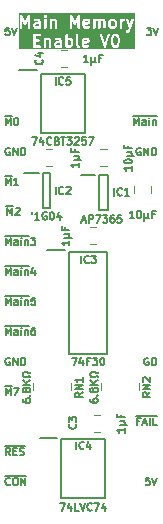
<source format=gto>
%TF.GenerationSoftware,KiCad,Pcbnew,9.0.7-9.0.7~ubuntu24.04.1*%
%TF.CreationDate,2026-01-21T08:36:54+02:00*%
%TF.ProjectId,Main Memory Small Enable,4d61696e-204d-4656-9d6f-727920536d61,V0*%
%TF.SameCoordinates,Original*%
%TF.FileFunction,Legend,Top*%
%TF.FilePolarity,Positive*%
%FSLAX46Y46*%
G04 Gerber Fmt 4.6, Leading zero omitted, Abs format (unit mm)*
G04 Created by KiCad (PCBNEW 9.0.7-9.0.7~ubuntu24.04.1) date 2026-01-21 08:36:54*
%MOMM*%
%LPD*%
G01*
G04 APERTURE LIST*
%ADD10C,0.150000*%
%ADD11C,0.200000*%
%ADD12C,0.120000*%
%ADD13C,0.100000*%
G04 APERTURE END LIST*
D10*
X1265874Y-18065963D02*
X1265874Y-17430963D01*
X1265874Y-17430963D02*
X1477541Y-17884534D01*
X1477541Y-17884534D02*
X1689207Y-17430963D01*
X1689207Y-17430963D02*
X1689207Y-18065963D01*
X2263731Y-18065963D02*
X2263731Y-17733344D01*
X2263731Y-17733344D02*
X2233493Y-17672867D01*
X2233493Y-17672867D02*
X2173017Y-17642629D01*
X2173017Y-17642629D02*
X2052064Y-17642629D01*
X2052064Y-17642629D02*
X1991588Y-17672867D01*
X2263731Y-18035725D02*
X2203255Y-18065963D01*
X2203255Y-18065963D02*
X2052064Y-18065963D01*
X2052064Y-18065963D02*
X1991588Y-18035725D01*
X1991588Y-18035725D02*
X1961350Y-17975248D01*
X1961350Y-17975248D02*
X1961350Y-17914772D01*
X1961350Y-17914772D02*
X1991588Y-17854296D01*
X1991588Y-17854296D02*
X2052064Y-17824058D01*
X2052064Y-17824058D02*
X2203255Y-17824058D01*
X2203255Y-17824058D02*
X2263731Y-17793820D01*
X2566112Y-18065963D02*
X2566112Y-17642629D01*
X2566112Y-17430963D02*
X2535874Y-17461201D01*
X2535874Y-17461201D02*
X2566112Y-17491439D01*
X2566112Y-17491439D02*
X2596350Y-17461201D01*
X2596350Y-17461201D02*
X2566112Y-17430963D01*
X2566112Y-17430963D02*
X2566112Y-17491439D01*
X2868493Y-17642629D02*
X2868493Y-18065963D01*
X2868493Y-17703105D02*
X2898731Y-17672867D01*
X2898731Y-17672867D02*
X2959207Y-17642629D01*
X2959207Y-17642629D02*
X3049922Y-17642629D01*
X3049922Y-17642629D02*
X3110398Y-17672867D01*
X3110398Y-17672867D02*
X3140636Y-17733344D01*
X3140636Y-17733344D02*
X3140636Y-18065963D01*
X1178184Y-17254675D02*
X3228327Y-17254675D01*
X3382541Y-17430963D02*
X3775636Y-17430963D01*
X3775636Y-17430963D02*
X3563969Y-17672867D01*
X3563969Y-17672867D02*
X3654684Y-17672867D01*
X3654684Y-17672867D02*
X3715160Y-17703105D01*
X3715160Y-17703105D02*
X3745398Y-17733344D01*
X3745398Y-17733344D02*
X3775636Y-17793820D01*
X3775636Y-17793820D02*
X3775636Y-17945010D01*
X3775636Y-17945010D02*
X3745398Y-18005486D01*
X3745398Y-18005486D02*
X3715160Y-18035725D01*
X3715160Y-18035725D02*
X3654684Y-18065963D01*
X3654684Y-18065963D02*
X3473255Y-18065963D01*
X3473255Y-18065963D02*
X3412779Y-18035725D01*
X3412779Y-18035725D02*
X3382541Y-18005486D01*
X1265874Y-25685963D02*
X1265874Y-25050963D01*
X1265874Y-25050963D02*
X1477541Y-25504534D01*
X1477541Y-25504534D02*
X1689207Y-25050963D01*
X1689207Y-25050963D02*
X1689207Y-25685963D01*
X2263731Y-25685963D02*
X2263731Y-25353344D01*
X2263731Y-25353344D02*
X2233493Y-25292867D01*
X2233493Y-25292867D02*
X2173017Y-25262629D01*
X2173017Y-25262629D02*
X2052064Y-25262629D01*
X2052064Y-25262629D02*
X1991588Y-25292867D01*
X2263731Y-25655725D02*
X2203255Y-25685963D01*
X2203255Y-25685963D02*
X2052064Y-25685963D01*
X2052064Y-25685963D02*
X1991588Y-25655725D01*
X1991588Y-25655725D02*
X1961350Y-25595248D01*
X1961350Y-25595248D02*
X1961350Y-25534772D01*
X1961350Y-25534772D02*
X1991588Y-25474296D01*
X1991588Y-25474296D02*
X2052064Y-25444058D01*
X2052064Y-25444058D02*
X2203255Y-25444058D01*
X2203255Y-25444058D02*
X2263731Y-25413820D01*
X2566112Y-25685963D02*
X2566112Y-25262629D01*
X2566112Y-25050963D02*
X2535874Y-25081201D01*
X2535874Y-25081201D02*
X2566112Y-25111439D01*
X2566112Y-25111439D02*
X2596350Y-25081201D01*
X2596350Y-25081201D02*
X2566112Y-25050963D01*
X2566112Y-25050963D02*
X2566112Y-25111439D01*
X2868493Y-25262629D02*
X2868493Y-25685963D01*
X2868493Y-25323105D02*
X2898731Y-25292867D01*
X2898731Y-25292867D02*
X2959207Y-25262629D01*
X2959207Y-25262629D02*
X3049922Y-25262629D01*
X3049922Y-25262629D02*
X3110398Y-25292867D01*
X3110398Y-25292867D02*
X3140636Y-25353344D01*
X3140636Y-25353344D02*
X3140636Y-25685963D01*
X1178184Y-24874675D02*
X3228327Y-24874675D01*
X3715160Y-25050963D02*
X3594207Y-25050963D01*
X3594207Y-25050963D02*
X3533731Y-25081201D01*
X3533731Y-25081201D02*
X3503493Y-25111439D01*
X3503493Y-25111439D02*
X3443017Y-25202153D01*
X3443017Y-25202153D02*
X3412779Y-25323105D01*
X3412779Y-25323105D02*
X3412779Y-25565010D01*
X3412779Y-25565010D02*
X3443017Y-25625486D01*
X3443017Y-25625486D02*
X3473255Y-25655725D01*
X3473255Y-25655725D02*
X3533731Y-25685963D01*
X3533731Y-25685963D02*
X3654684Y-25685963D01*
X3654684Y-25685963D02*
X3715160Y-25655725D01*
X3715160Y-25655725D02*
X3745398Y-25625486D01*
X3745398Y-25625486D02*
X3775636Y-25565010D01*
X3775636Y-25565010D02*
X3775636Y-25413820D01*
X3775636Y-25413820D02*
X3745398Y-25353344D01*
X3745398Y-25353344D02*
X3715160Y-25323105D01*
X3715160Y-25323105D02*
X3654684Y-25292867D01*
X3654684Y-25292867D02*
X3533731Y-25292867D01*
X3533731Y-25292867D02*
X3473255Y-25323105D01*
X3473255Y-25323105D02*
X3443017Y-25353344D01*
X3443017Y-25353344D02*
X3412779Y-25413820D01*
X1265874Y-20605963D02*
X1265874Y-19970963D01*
X1265874Y-19970963D02*
X1477541Y-20424534D01*
X1477541Y-20424534D02*
X1689207Y-19970963D01*
X1689207Y-19970963D02*
X1689207Y-20605963D01*
X2263731Y-20605963D02*
X2263731Y-20273344D01*
X2263731Y-20273344D02*
X2233493Y-20212867D01*
X2233493Y-20212867D02*
X2173017Y-20182629D01*
X2173017Y-20182629D02*
X2052064Y-20182629D01*
X2052064Y-20182629D02*
X1991588Y-20212867D01*
X2263731Y-20575725D02*
X2203255Y-20605963D01*
X2203255Y-20605963D02*
X2052064Y-20605963D01*
X2052064Y-20605963D02*
X1991588Y-20575725D01*
X1991588Y-20575725D02*
X1961350Y-20515248D01*
X1961350Y-20515248D02*
X1961350Y-20454772D01*
X1961350Y-20454772D02*
X1991588Y-20394296D01*
X1991588Y-20394296D02*
X2052064Y-20364058D01*
X2052064Y-20364058D02*
X2203255Y-20364058D01*
X2203255Y-20364058D02*
X2263731Y-20333820D01*
X2566112Y-20605963D02*
X2566112Y-20182629D01*
X2566112Y-19970963D02*
X2535874Y-20001201D01*
X2535874Y-20001201D02*
X2566112Y-20031439D01*
X2566112Y-20031439D02*
X2596350Y-20001201D01*
X2596350Y-20001201D02*
X2566112Y-19970963D01*
X2566112Y-19970963D02*
X2566112Y-20031439D01*
X2868493Y-20182629D02*
X2868493Y-20605963D01*
X2868493Y-20243105D02*
X2898731Y-20212867D01*
X2898731Y-20212867D02*
X2959207Y-20182629D01*
X2959207Y-20182629D02*
X3049922Y-20182629D01*
X3049922Y-20182629D02*
X3110398Y-20212867D01*
X3110398Y-20212867D02*
X3140636Y-20273344D01*
X3140636Y-20273344D02*
X3140636Y-20605963D01*
X1178184Y-19794675D02*
X3228327Y-19794675D01*
X3715160Y-20182629D02*
X3715160Y-20605963D01*
X3563969Y-19940725D02*
X3412779Y-20394296D01*
X3412779Y-20394296D02*
X3805874Y-20394296D01*
X12099363Y-7905963D02*
X12099363Y-7270963D01*
X12099363Y-7270963D02*
X12311030Y-7724534D01*
X12311030Y-7724534D02*
X12522696Y-7270963D01*
X12522696Y-7270963D02*
X12522696Y-7905963D01*
X13097220Y-7905963D02*
X13097220Y-7573344D01*
X13097220Y-7573344D02*
X13066982Y-7512867D01*
X13066982Y-7512867D02*
X13006506Y-7482629D01*
X13006506Y-7482629D02*
X12885553Y-7482629D01*
X12885553Y-7482629D02*
X12825077Y-7512867D01*
X13097220Y-7875725D02*
X13036744Y-7905963D01*
X13036744Y-7905963D02*
X12885553Y-7905963D01*
X12885553Y-7905963D02*
X12825077Y-7875725D01*
X12825077Y-7875725D02*
X12794839Y-7815248D01*
X12794839Y-7815248D02*
X12794839Y-7754772D01*
X12794839Y-7754772D02*
X12825077Y-7694296D01*
X12825077Y-7694296D02*
X12885553Y-7664058D01*
X12885553Y-7664058D02*
X13036744Y-7664058D01*
X13036744Y-7664058D02*
X13097220Y-7633820D01*
X13399601Y-7905963D02*
X13399601Y-7482629D01*
X13399601Y-7270963D02*
X13369363Y-7301201D01*
X13369363Y-7301201D02*
X13399601Y-7331439D01*
X13399601Y-7331439D02*
X13429839Y-7301201D01*
X13429839Y-7301201D02*
X13399601Y-7270963D01*
X13399601Y-7270963D02*
X13399601Y-7331439D01*
X13701982Y-7482629D02*
X13701982Y-7905963D01*
X13701982Y-7543105D02*
X13732220Y-7512867D01*
X13732220Y-7512867D02*
X13792696Y-7482629D01*
X13792696Y-7482629D02*
X13883411Y-7482629D01*
X13883411Y-7482629D02*
X13943887Y-7512867D01*
X13943887Y-7512867D02*
X13974125Y-7573344D01*
X13974125Y-7573344D02*
X13974125Y-7905963D01*
X12011673Y-7094675D02*
X14061816Y-7094675D01*
X1628731Y-35845963D02*
X1417064Y-35543582D01*
X1265874Y-35845963D02*
X1265874Y-35210963D01*
X1265874Y-35210963D02*
X1507779Y-35210963D01*
X1507779Y-35210963D02*
X1568255Y-35241201D01*
X1568255Y-35241201D02*
X1598493Y-35271439D01*
X1598493Y-35271439D02*
X1628731Y-35331915D01*
X1628731Y-35331915D02*
X1628731Y-35422629D01*
X1628731Y-35422629D02*
X1598493Y-35483105D01*
X1598493Y-35483105D02*
X1568255Y-35513344D01*
X1568255Y-35513344D02*
X1507779Y-35543582D01*
X1507779Y-35543582D02*
X1265874Y-35543582D01*
X1900874Y-35513344D02*
X2112541Y-35513344D01*
X2203255Y-35845963D02*
X1900874Y-35845963D01*
X1900874Y-35845963D02*
X1900874Y-35210963D01*
X1900874Y-35210963D02*
X2203255Y-35210963D01*
X2445160Y-35815725D02*
X2535874Y-35845963D01*
X2535874Y-35845963D02*
X2687065Y-35845963D01*
X2687065Y-35845963D02*
X2747541Y-35815725D01*
X2747541Y-35815725D02*
X2777779Y-35785486D01*
X2777779Y-35785486D02*
X2808017Y-35725010D01*
X2808017Y-35725010D02*
X2808017Y-35664534D01*
X2808017Y-35664534D02*
X2777779Y-35604058D01*
X2777779Y-35604058D02*
X2747541Y-35573820D01*
X2747541Y-35573820D02*
X2687065Y-35543582D01*
X2687065Y-35543582D02*
X2566112Y-35513344D01*
X2566112Y-35513344D02*
X2505636Y-35483105D01*
X2505636Y-35483105D02*
X2475398Y-35452867D01*
X2475398Y-35452867D02*
X2445160Y-35392391D01*
X2445160Y-35392391D02*
X2445160Y-35331915D01*
X2445160Y-35331915D02*
X2475398Y-35271439D01*
X2475398Y-35271439D02*
X2505636Y-35241201D01*
X2505636Y-35241201D02*
X2566112Y-35210963D01*
X2566112Y-35210963D02*
X2717303Y-35210963D01*
X2717303Y-35210963D02*
X2808017Y-35241201D01*
X1178184Y-35034675D02*
X2865470Y-35034675D01*
X1265874Y-30765963D02*
X1265874Y-30130963D01*
X1265874Y-30130963D02*
X1477541Y-30584534D01*
X1477541Y-30584534D02*
X1689207Y-30130963D01*
X1689207Y-30130963D02*
X1689207Y-30765963D01*
X1178184Y-29954675D02*
X1776898Y-29954675D01*
X1931112Y-30130963D02*
X2354445Y-30130963D01*
X2354445Y-30130963D02*
X2082302Y-30765963D01*
X1568255Y349036D02*
X1265874Y349036D01*
X1265874Y349036D02*
X1235636Y46655D01*
X1235636Y46655D02*
X1265874Y76894D01*
X1265874Y76894D02*
X1326350Y107132D01*
X1326350Y107132D02*
X1477541Y107132D01*
X1477541Y107132D02*
X1538017Y76894D01*
X1538017Y76894D02*
X1568255Y46655D01*
X1568255Y46655D02*
X1598493Y-13820D01*
X1598493Y-13820D02*
X1598493Y-165010D01*
X1598493Y-165010D02*
X1568255Y-225486D01*
X1568255Y-225486D02*
X1538017Y-255725D01*
X1538017Y-255725D02*
X1477541Y-285963D01*
X1477541Y-285963D02*
X1326350Y-285963D01*
X1326350Y-285963D02*
X1265874Y-255725D01*
X1265874Y-255725D02*
X1235636Y-225486D01*
X1779922Y349036D02*
X1991588Y-285963D01*
X1991588Y-285963D02*
X2203255Y349036D01*
X1265874Y-12985963D02*
X1265874Y-12350963D01*
X1265874Y-12350963D02*
X1477541Y-12804534D01*
X1477541Y-12804534D02*
X1689207Y-12350963D01*
X1689207Y-12350963D02*
X1689207Y-12985963D01*
X1178184Y-12174675D02*
X1776898Y-12174675D01*
X2324207Y-12985963D02*
X1961350Y-12985963D01*
X2142778Y-12985963D02*
X2142778Y-12350963D01*
X2142778Y-12350963D02*
X2082302Y-12441677D01*
X2082302Y-12441677D02*
X2021826Y-12502153D01*
X2021826Y-12502153D02*
X1961350Y-12532391D01*
X1628731Y-38325486D02*
X1598493Y-38355725D01*
X1598493Y-38355725D02*
X1507779Y-38385963D01*
X1507779Y-38385963D02*
X1447303Y-38385963D01*
X1447303Y-38385963D02*
X1356588Y-38355725D01*
X1356588Y-38355725D02*
X1296112Y-38295248D01*
X1296112Y-38295248D02*
X1265874Y-38234772D01*
X1265874Y-38234772D02*
X1235636Y-38113820D01*
X1235636Y-38113820D02*
X1235636Y-38023105D01*
X1235636Y-38023105D02*
X1265874Y-37902153D01*
X1265874Y-37902153D02*
X1296112Y-37841677D01*
X1296112Y-37841677D02*
X1356588Y-37781201D01*
X1356588Y-37781201D02*
X1447303Y-37750963D01*
X1447303Y-37750963D02*
X1507779Y-37750963D01*
X1507779Y-37750963D02*
X1598493Y-37781201D01*
X1598493Y-37781201D02*
X1628731Y-37811439D01*
X2021826Y-37750963D02*
X2142779Y-37750963D01*
X2142779Y-37750963D02*
X2203255Y-37781201D01*
X2203255Y-37781201D02*
X2263731Y-37841677D01*
X2263731Y-37841677D02*
X2293969Y-37962629D01*
X2293969Y-37962629D02*
X2293969Y-38174296D01*
X2293969Y-38174296D02*
X2263731Y-38295248D01*
X2263731Y-38295248D02*
X2203255Y-38355725D01*
X2203255Y-38355725D02*
X2142779Y-38385963D01*
X2142779Y-38385963D02*
X2021826Y-38385963D01*
X2021826Y-38385963D02*
X1961350Y-38355725D01*
X1961350Y-38355725D02*
X1900874Y-38295248D01*
X1900874Y-38295248D02*
X1870636Y-38174296D01*
X1870636Y-38174296D02*
X1870636Y-37962629D01*
X1870636Y-37962629D02*
X1900874Y-37841677D01*
X1900874Y-37841677D02*
X1961350Y-37781201D01*
X1961350Y-37781201D02*
X2021826Y-37750963D01*
X2566112Y-38385963D02*
X2566112Y-37750963D01*
X2566112Y-37750963D02*
X2928969Y-38385963D01*
X2928969Y-38385963D02*
X2928969Y-37750963D01*
X1178184Y-37574675D02*
X3016660Y-37574675D01*
X1598493Y-27621201D02*
X1538017Y-27590963D01*
X1538017Y-27590963D02*
X1447303Y-27590963D01*
X1447303Y-27590963D02*
X1356588Y-27621201D01*
X1356588Y-27621201D02*
X1296112Y-27681677D01*
X1296112Y-27681677D02*
X1265874Y-27742153D01*
X1265874Y-27742153D02*
X1235636Y-27863105D01*
X1235636Y-27863105D02*
X1235636Y-27953820D01*
X1235636Y-27953820D02*
X1265874Y-28074772D01*
X1265874Y-28074772D02*
X1296112Y-28135248D01*
X1296112Y-28135248D02*
X1356588Y-28195725D01*
X1356588Y-28195725D02*
X1447303Y-28225963D01*
X1447303Y-28225963D02*
X1507779Y-28225963D01*
X1507779Y-28225963D02*
X1598493Y-28195725D01*
X1598493Y-28195725D02*
X1628731Y-28165486D01*
X1628731Y-28165486D02*
X1628731Y-27953820D01*
X1628731Y-27953820D02*
X1507779Y-27953820D01*
X1900874Y-28225963D02*
X1900874Y-27590963D01*
X1900874Y-27590963D02*
X2263731Y-28225963D01*
X2263731Y-28225963D02*
X2263731Y-27590963D01*
X2566112Y-28225963D02*
X2566112Y-27590963D01*
X2566112Y-27590963D02*
X2717302Y-27590963D01*
X2717302Y-27590963D02*
X2808017Y-27621201D01*
X2808017Y-27621201D02*
X2868493Y-27681677D01*
X2868493Y-27681677D02*
X2898731Y-27742153D01*
X2898731Y-27742153D02*
X2928969Y-27863105D01*
X2928969Y-27863105D02*
X2928969Y-27953820D01*
X2928969Y-27953820D02*
X2898731Y-28074772D01*
X2898731Y-28074772D02*
X2868493Y-28135248D01*
X2868493Y-28135248D02*
X2808017Y-28195725D01*
X2808017Y-28195725D02*
X2717302Y-28225963D01*
X2717302Y-28225963D02*
X2566112Y-28225963D01*
X13339125Y-27621201D02*
X13278649Y-27590963D01*
X13278649Y-27590963D02*
X13187935Y-27590963D01*
X13187935Y-27590963D02*
X13097220Y-27621201D01*
X13097220Y-27621201D02*
X13036744Y-27681677D01*
X13036744Y-27681677D02*
X13006506Y-27742153D01*
X13006506Y-27742153D02*
X12976268Y-27863105D01*
X12976268Y-27863105D02*
X12976268Y-27953820D01*
X12976268Y-27953820D02*
X13006506Y-28074772D01*
X13006506Y-28074772D02*
X13036744Y-28135248D01*
X13036744Y-28135248D02*
X13097220Y-28195725D01*
X13097220Y-28195725D02*
X13187935Y-28225963D01*
X13187935Y-28225963D02*
X13248411Y-28225963D01*
X13248411Y-28225963D02*
X13339125Y-28195725D01*
X13339125Y-28195725D02*
X13369363Y-28165486D01*
X13369363Y-28165486D02*
X13369363Y-27953820D01*
X13369363Y-27953820D02*
X13248411Y-27953820D01*
X13641506Y-28225963D02*
X13641506Y-27590963D01*
X13641506Y-27590963D02*
X13792696Y-27590963D01*
X13792696Y-27590963D02*
X13883411Y-27621201D01*
X13883411Y-27621201D02*
X13943887Y-27681677D01*
X13943887Y-27681677D02*
X13974125Y-27742153D01*
X13974125Y-27742153D02*
X14004363Y-27863105D01*
X14004363Y-27863105D02*
X14004363Y-27953820D01*
X14004363Y-27953820D02*
X13974125Y-28074772D01*
X13974125Y-28074772D02*
X13943887Y-28135248D01*
X13943887Y-28135248D02*
X13883411Y-28195725D01*
X13883411Y-28195725D02*
X13792696Y-28225963D01*
X13792696Y-28225963D02*
X13641506Y-28225963D01*
X1265874Y-7905963D02*
X1265874Y-7270963D01*
X1265874Y-7270963D02*
X1477541Y-7724534D01*
X1477541Y-7724534D02*
X1689207Y-7270963D01*
X1689207Y-7270963D02*
X1689207Y-7905963D01*
X1178184Y-7094675D02*
X1776898Y-7094675D01*
X2112540Y-7270963D02*
X2173017Y-7270963D01*
X2173017Y-7270963D02*
X2233493Y-7301201D01*
X2233493Y-7301201D02*
X2263731Y-7331439D01*
X2263731Y-7331439D02*
X2293969Y-7391915D01*
X2293969Y-7391915D02*
X2324207Y-7512867D01*
X2324207Y-7512867D02*
X2324207Y-7664058D01*
X2324207Y-7664058D02*
X2293969Y-7785010D01*
X2293969Y-7785010D02*
X2263731Y-7845486D01*
X2263731Y-7845486D02*
X2233493Y-7875725D01*
X2233493Y-7875725D02*
X2173017Y-7905963D01*
X2173017Y-7905963D02*
X2112540Y-7905963D01*
X2112540Y-7905963D02*
X2052064Y-7875725D01*
X2052064Y-7875725D02*
X2021826Y-7845486D01*
X2021826Y-7845486D02*
X1991588Y-7785010D01*
X1991588Y-7785010D02*
X1961350Y-7664058D01*
X1961350Y-7664058D02*
X1961350Y-7512867D01*
X1961350Y-7512867D02*
X1991588Y-7391915D01*
X1991588Y-7391915D02*
X2021826Y-7331439D01*
X2021826Y-7331439D02*
X2052064Y-7301201D01*
X2052064Y-7301201D02*
X2112540Y-7270963D01*
D11*
G36*
X5829475Y-1147768D02*
G01*
X5810630Y-1157191D01*
X5619749Y-1157191D01*
X5575439Y-1135036D01*
X5553285Y-1090726D01*
X5553285Y-1042702D01*
X5575440Y-998392D01*
X5619749Y-976238D01*
X5829475Y-976238D01*
X5829475Y-1147768D01*
G37*
G36*
X6727382Y-720329D02*
G01*
X6752051Y-744997D01*
X6781856Y-804607D01*
X6781856Y-1043107D01*
X6752051Y-1102715D01*
X6727382Y-1127385D01*
X6667773Y-1157191D01*
X6524511Y-1157191D01*
X6505666Y-1147768D01*
X6505666Y-699946D01*
X6524511Y-690524D01*
X6667773Y-690524D01*
X6727382Y-720329D01*
G37*
G36*
X8140654Y-712679D02*
G01*
X8158104Y-747579D01*
X7886619Y-801876D01*
X7886619Y-756988D01*
X7908774Y-712678D01*
X7953083Y-690524D01*
X8096345Y-690524D01*
X8140654Y-712679D01*
G37*
G36*
X10632145Y-386996D02*
G01*
X10656814Y-411664D01*
X10692267Y-482571D01*
X10734238Y-650452D01*
X10734238Y-863928D01*
X10692267Y-1031809D01*
X10656814Y-1102715D01*
X10632145Y-1127385D01*
X10572536Y-1157191D01*
X10524512Y-1157191D01*
X10464902Y-1127386D01*
X10440235Y-1102718D01*
X10404780Y-1031809D01*
X10362810Y-863928D01*
X10362810Y-650453D01*
X10404780Y-482571D01*
X10440234Y-411664D01*
X10464902Y-386995D01*
X10524512Y-357191D01*
X10572536Y-357191D01*
X10632145Y-386996D01*
G37*
G36*
X4043761Y462174D02*
G01*
X4024917Y452752D01*
X3834034Y452752D01*
X3789726Y474906D01*
X3767571Y519217D01*
X3767571Y567240D01*
X3789726Y611550D01*
X3834035Y633705D01*
X4043761Y633705D01*
X4043761Y462174D01*
G37*
G36*
X8212082Y897263D02*
G01*
X8229532Y862363D01*
X7958047Y808066D01*
X7958047Y852954D01*
X7980202Y897264D01*
X8024511Y919419D01*
X8167773Y919419D01*
X8212082Y897263D01*
G37*
G36*
X10417858Y889613D02*
G01*
X10442527Y864945D01*
X10472332Y805336D01*
X10472332Y566836D01*
X10442527Y507226D01*
X10417856Y482555D01*
X10358250Y452752D01*
X10262605Y452752D01*
X10202997Y482556D01*
X10178328Y507226D01*
X10148523Y566836D01*
X10148523Y805335D01*
X10178328Y864945D01*
X10202996Y889614D01*
X10262606Y919419D01*
X10358249Y919419D01*
X10417858Y889613D01*
G37*
G36*
X12210942Y-1468302D02*
G01*
X2361222Y-1468302D01*
X2361222Y-257191D01*
X3591380Y-257191D01*
X3591380Y-1257191D01*
X3593301Y-1276700D01*
X3608233Y-1312748D01*
X3635823Y-1340338D01*
X3671871Y-1355270D01*
X3691380Y-1357191D01*
X4167570Y-1357191D01*
X4187079Y-1355270D01*
X4223127Y-1340338D01*
X4250717Y-1312748D01*
X4265649Y-1276700D01*
X4265649Y-1237682D01*
X4250717Y-1201634D01*
X4223127Y-1174044D01*
X4187079Y-1159112D01*
X4167570Y-1157191D01*
X3791380Y-1157191D01*
X3791380Y-833381D01*
X4024713Y-833381D01*
X4044222Y-831460D01*
X4080270Y-816528D01*
X4107860Y-788938D01*
X4122792Y-752890D01*
X4122792Y-713872D01*
X4107860Y-677824D01*
X4080270Y-650234D01*
X4044222Y-635302D01*
X4024713Y-633381D01*
X3791380Y-633381D01*
X3791380Y-590524D01*
X4496142Y-590524D01*
X4496142Y-1257191D01*
X4498063Y-1276700D01*
X4512995Y-1312748D01*
X4540585Y-1340338D01*
X4576633Y-1355270D01*
X4615651Y-1355270D01*
X4651699Y-1340338D01*
X4679289Y-1312748D01*
X4694221Y-1276700D01*
X4696142Y-1257191D01*
X4696142Y-727183D01*
X4702996Y-720328D01*
X4762606Y-690524D01*
X4858249Y-690524D01*
X4902558Y-712679D01*
X4924713Y-756988D01*
X4924713Y-1257191D01*
X4926634Y-1276700D01*
X4941566Y-1312748D01*
X4969156Y-1340338D01*
X5005204Y-1355270D01*
X5044222Y-1355270D01*
X5080270Y-1340338D01*
X5107860Y-1312748D01*
X5122792Y-1276700D01*
X5124713Y-1257191D01*
X5124713Y-1019095D01*
X5353285Y-1019095D01*
X5353285Y-1114333D01*
X5355206Y-1133842D01*
X5356581Y-1137162D01*
X5356836Y-1140745D01*
X5363842Y-1159054D01*
X5411461Y-1254293D01*
X5413514Y-1257556D01*
X5414028Y-1259095D01*
X5415690Y-1261011D01*
X5421904Y-1270883D01*
X5431375Y-1279097D01*
X5439592Y-1288572D01*
X5449462Y-1294784D01*
X5451380Y-1296448D01*
X5452920Y-1296961D01*
X5456183Y-1299015D01*
X5551420Y-1346634D01*
X5569729Y-1353640D01*
X5573312Y-1353894D01*
X5576633Y-1355270D01*
X5596142Y-1357191D01*
X5834237Y-1357191D01*
X5853746Y-1355270D01*
X5857066Y-1353894D01*
X5860650Y-1353640D01*
X5878958Y-1346634D01*
X5883561Y-1344332D01*
X5909966Y-1355270D01*
X5948984Y-1355270D01*
X5985032Y-1340338D01*
X6012622Y-1312748D01*
X6027554Y-1276700D01*
X6029475Y-1257191D01*
X6029475Y-733381D01*
X6027554Y-713872D01*
X6026178Y-710551D01*
X6025924Y-706968D01*
X6018918Y-688659D01*
X5971299Y-593422D01*
X5969244Y-590158D01*
X5968732Y-588620D01*
X5967070Y-586704D01*
X5960856Y-576831D01*
X5951380Y-568613D01*
X5943167Y-559143D01*
X5933295Y-552929D01*
X5931379Y-551267D01*
X5929840Y-550753D01*
X5926577Y-548700D01*
X5831339Y-501081D01*
X5813031Y-494075D01*
X5809447Y-493820D01*
X5806127Y-492445D01*
X5786618Y-490524D01*
X5596142Y-490524D01*
X5576633Y-492445D01*
X5573312Y-493820D01*
X5569729Y-494075D01*
X5551420Y-501081D01*
X5456183Y-548700D01*
X5439592Y-559143D01*
X5414028Y-588620D01*
X5401689Y-625636D01*
X5404455Y-664556D01*
X5421904Y-699455D01*
X5451381Y-725019D01*
X5488397Y-737358D01*
X5527317Y-734592D01*
X5545625Y-727586D01*
X5619749Y-690524D01*
X5763011Y-690524D01*
X5807320Y-712679D01*
X5829475Y-756988D01*
X5829475Y-766815D01*
X5810630Y-776238D01*
X5596142Y-776238D01*
X5576633Y-778159D01*
X5573312Y-779534D01*
X5569729Y-779789D01*
X5551420Y-786795D01*
X5456183Y-834414D01*
X5452919Y-836468D01*
X5451381Y-836981D01*
X5449465Y-838642D01*
X5439592Y-844857D01*
X5431374Y-854332D01*
X5421904Y-862546D01*
X5415690Y-872417D01*
X5414028Y-874334D01*
X5413514Y-875872D01*
X5411461Y-879136D01*
X5363842Y-974374D01*
X5356836Y-992682D01*
X5356581Y-996265D01*
X5355206Y-999586D01*
X5353285Y-1019095D01*
X5124713Y-1019095D01*
X5124713Y-733381D01*
X5122792Y-713872D01*
X5121416Y-710551D01*
X5121162Y-706968D01*
X5114156Y-688659D01*
X5066537Y-593422D01*
X5064482Y-590158D01*
X5063970Y-588620D01*
X5062308Y-586704D01*
X5056094Y-576831D01*
X5046618Y-568613D01*
X5038405Y-559143D01*
X5028533Y-552929D01*
X5026617Y-551267D01*
X5025078Y-550753D01*
X5021815Y-548700D01*
X4926577Y-501081D01*
X4908269Y-494075D01*
X4904685Y-493820D01*
X4901365Y-492445D01*
X4881856Y-490524D01*
X4738999Y-490524D01*
X4719490Y-492445D01*
X4716169Y-493820D01*
X4712586Y-494075D01*
X4694277Y-501081D01*
X4661694Y-517372D01*
X4651699Y-507377D01*
X4615651Y-492445D01*
X4576633Y-492445D01*
X4540585Y-507377D01*
X4512995Y-534967D01*
X4498063Y-571015D01*
X4496142Y-590524D01*
X3791380Y-590524D01*
X3791380Y-357191D01*
X4167570Y-357191D01*
X4187079Y-355270D01*
X4223127Y-340338D01*
X4250717Y-312748D01*
X4265649Y-276700D01*
X4265649Y-257191D01*
X6305666Y-257191D01*
X6305666Y-1257191D01*
X6307587Y-1276700D01*
X6322519Y-1312748D01*
X6350109Y-1340338D01*
X6386157Y-1355270D01*
X6425175Y-1355270D01*
X6451579Y-1344332D01*
X6456182Y-1346634D01*
X6474491Y-1353640D01*
X6478074Y-1353894D01*
X6481395Y-1355270D01*
X6500904Y-1357191D01*
X6691380Y-1357191D01*
X6710889Y-1355270D01*
X6714209Y-1353894D01*
X6717793Y-1353640D01*
X6736101Y-1346634D01*
X6831339Y-1299015D01*
X6839734Y-1293730D01*
X6842176Y-1292719D01*
X6844923Y-1290463D01*
X6847929Y-1288572D01*
X6849659Y-1286577D01*
X6857329Y-1280282D01*
X6904948Y-1232662D01*
X6911240Y-1224995D01*
X6913237Y-1223264D01*
X6915130Y-1220256D01*
X6917385Y-1217509D01*
X6918396Y-1215067D01*
X6923680Y-1206673D01*
X6971299Y-1111436D01*
X6978305Y-1093127D01*
X6978559Y-1089543D01*
X6979935Y-1086223D01*
X6981856Y-1066714D01*
X6981856Y-781000D01*
X6979935Y-761491D01*
X6978559Y-758170D01*
X6978305Y-754587D01*
X6971299Y-736278D01*
X6923680Y-641041D01*
X6918394Y-632644D01*
X6917384Y-630204D01*
X6915130Y-627458D01*
X6913237Y-624450D01*
X6911239Y-622717D01*
X6904947Y-615051D01*
X6857329Y-567432D01*
X6849658Y-561137D01*
X6847929Y-559143D01*
X6844921Y-557249D01*
X6842175Y-554996D01*
X6839735Y-553985D01*
X6831339Y-548700D01*
X6736101Y-501081D01*
X6717793Y-494075D01*
X6714209Y-493820D01*
X6710889Y-492445D01*
X6691380Y-490524D01*
X6505666Y-490524D01*
X6505666Y-257191D01*
X7210428Y-257191D01*
X7210428Y-1114333D01*
X7212349Y-1133842D01*
X7213724Y-1137162D01*
X7213979Y-1140745D01*
X7220985Y-1159054D01*
X7268604Y-1254293D01*
X7270657Y-1257556D01*
X7271171Y-1259095D01*
X7272833Y-1261011D01*
X7279047Y-1270883D01*
X7288518Y-1279097D01*
X7296735Y-1288572D01*
X7306605Y-1294784D01*
X7308523Y-1296448D01*
X7310063Y-1296961D01*
X7313326Y-1299015D01*
X7408563Y-1346634D01*
X7426872Y-1353640D01*
X7465792Y-1356406D01*
X7502808Y-1344067D01*
X7532285Y-1318502D01*
X7549734Y-1283604D01*
X7552499Y-1244684D01*
X7540161Y-1207668D01*
X7514596Y-1178191D01*
X7498006Y-1167748D01*
X7432582Y-1135036D01*
X7410428Y-1090726D01*
X7410428Y-733381D01*
X7686619Y-733381D01*
X7686619Y-1114333D01*
X7688540Y-1133842D01*
X7689915Y-1137162D01*
X7690170Y-1140745D01*
X7697176Y-1159054D01*
X7744795Y-1254293D01*
X7746848Y-1257556D01*
X7747362Y-1259095D01*
X7749024Y-1261011D01*
X7755238Y-1270883D01*
X7764709Y-1279097D01*
X7772926Y-1288572D01*
X7782796Y-1294784D01*
X7784714Y-1296448D01*
X7786254Y-1296961D01*
X7789517Y-1299015D01*
X7884754Y-1346634D01*
X7903063Y-1353640D01*
X7906646Y-1353894D01*
X7909967Y-1355270D01*
X7929476Y-1357191D01*
X8119952Y-1357191D01*
X8139461Y-1355270D01*
X8142781Y-1353894D01*
X8146365Y-1353640D01*
X8164673Y-1346634D01*
X8259911Y-1299015D01*
X8276501Y-1288572D01*
X8302066Y-1259095D01*
X8314404Y-1222079D01*
X8311639Y-1183159D01*
X8294190Y-1148261D01*
X8264713Y-1122696D01*
X8227697Y-1110357D01*
X8188777Y-1113123D01*
X8170468Y-1120129D01*
X8096345Y-1157191D01*
X7953083Y-1157191D01*
X7908773Y-1135036D01*
X7886619Y-1090726D01*
X7886619Y-1005837D01*
X8282315Y-926698D01*
X8282318Y-926698D01*
X8282320Y-926696D01*
X8282420Y-926677D01*
X8301174Y-920967D01*
X8309314Y-915515D01*
X8318366Y-911766D01*
X8325367Y-904764D01*
X8333593Y-899256D01*
X8339027Y-891104D01*
X8345956Y-884176D01*
X8349745Y-875028D01*
X8355237Y-866791D01*
X8357138Y-857180D01*
X8360888Y-848128D01*
X8362809Y-828619D01*
X8362809Y-733381D01*
X8360888Y-713872D01*
X8359512Y-710551D01*
X8359258Y-706968D01*
X8352252Y-688659D01*
X8304633Y-593422D01*
X8302578Y-590158D01*
X8302066Y-588620D01*
X8300404Y-586704D01*
X8294190Y-576831D01*
X8284714Y-568613D01*
X8276501Y-559143D01*
X8266629Y-552929D01*
X8264713Y-551267D01*
X8263174Y-550753D01*
X8259911Y-548700D01*
X8164673Y-501081D01*
X8146365Y-494075D01*
X8142781Y-493820D01*
X8139461Y-492445D01*
X8119952Y-490524D01*
X7929476Y-490524D01*
X7909967Y-492445D01*
X7906646Y-493820D01*
X7903063Y-494075D01*
X7884754Y-501081D01*
X7789517Y-548700D01*
X7786253Y-550754D01*
X7784715Y-551267D01*
X7782799Y-552928D01*
X7772926Y-559143D01*
X7764708Y-568618D01*
X7755238Y-576832D01*
X7749024Y-586703D01*
X7747362Y-588620D01*
X7746848Y-590158D01*
X7744795Y-593422D01*
X7697176Y-688660D01*
X7690170Y-706968D01*
X7689915Y-710551D01*
X7688540Y-713872D01*
X7686619Y-733381D01*
X7410428Y-733381D01*
X7410428Y-269698D01*
X9211214Y-269698D01*
X9215561Y-288814D01*
X9548894Y-1288813D01*
X9556885Y-1306714D01*
X9561568Y-1312113D01*
X9564763Y-1318503D01*
X9574234Y-1326718D01*
X9582450Y-1336190D01*
X9588838Y-1339384D01*
X9594239Y-1344068D01*
X9606140Y-1348035D01*
X9617349Y-1353639D01*
X9624473Y-1354145D01*
X9631255Y-1356406D01*
X9643764Y-1355516D01*
X9656269Y-1356406D01*
X9663047Y-1354146D01*
X9670175Y-1353640D01*
X9681391Y-1348031D01*
X9693285Y-1344067D01*
X9698682Y-1339386D01*
X9705074Y-1336190D01*
X9713292Y-1326714D01*
X9722761Y-1318502D01*
X9725954Y-1312115D01*
X9730639Y-1306714D01*
X9738630Y-1288814D01*
X9955520Y-638143D01*
X10162810Y-638143D01*
X10162810Y-876238D01*
X10163145Y-879640D01*
X10162928Y-881099D01*
X10164007Y-888396D01*
X10164731Y-895747D01*
X10165295Y-897110D01*
X10165796Y-900492D01*
X10213415Y-1090967D01*
X10213928Y-1092404D01*
X10213980Y-1093127D01*
X10217088Y-1101251D01*
X10220010Y-1109428D01*
X10220440Y-1110008D01*
X10220986Y-1111435D01*
X10268605Y-1206673D01*
X10273888Y-1215065D01*
X10274900Y-1217509D01*
X10277156Y-1220258D01*
X10279048Y-1223263D01*
X10281042Y-1224992D01*
X10287337Y-1232662D01*
X10334955Y-1280282D01*
X10342623Y-1286575D01*
X10344355Y-1288572D01*
X10347363Y-1290465D01*
X10350109Y-1292719D01*
X10352549Y-1293729D01*
X10360946Y-1299015D01*
X10456183Y-1346634D01*
X10474492Y-1353640D01*
X10478075Y-1353894D01*
X10481396Y-1355270D01*
X10500905Y-1357191D01*
X10596143Y-1357191D01*
X10615652Y-1355270D01*
X10618972Y-1353894D01*
X10622556Y-1353640D01*
X10640864Y-1346634D01*
X10736102Y-1299015D01*
X10744497Y-1293730D01*
X10746939Y-1292719D01*
X10749686Y-1290463D01*
X10752692Y-1288572D01*
X10754422Y-1286577D01*
X10762092Y-1280282D01*
X10809711Y-1232662D01*
X10816003Y-1224995D01*
X10818000Y-1223264D01*
X10819893Y-1220256D01*
X10822148Y-1217509D01*
X10823159Y-1215067D01*
X10828443Y-1206673D01*
X10876062Y-1111436D01*
X10876608Y-1110007D01*
X10877038Y-1109428D01*
X10879959Y-1101251D01*
X10883068Y-1093127D01*
X10883119Y-1092406D01*
X10883633Y-1090968D01*
X10931252Y-900492D01*
X10931752Y-897110D01*
X10932317Y-895747D01*
X10933040Y-888396D01*
X10934120Y-881099D01*
X10933902Y-879640D01*
X10934238Y-876238D01*
X10934238Y-638143D01*
X10933902Y-634740D01*
X10934120Y-633282D01*
X10933040Y-625984D01*
X10932317Y-618634D01*
X10931752Y-617270D01*
X10931252Y-613889D01*
X10883633Y-423413D01*
X10883119Y-421974D01*
X10883068Y-421254D01*
X10879959Y-413129D01*
X10877038Y-404953D01*
X10876608Y-404373D01*
X10876062Y-402945D01*
X10828443Y-307708D01*
X10823157Y-299311D01*
X10822147Y-296871D01*
X10819893Y-294125D01*
X10818000Y-291117D01*
X10816002Y-289384D01*
X10809710Y-281718D01*
X10762092Y-234099D01*
X10754421Y-227804D01*
X10752692Y-225810D01*
X10749684Y-223916D01*
X10746938Y-221663D01*
X10744498Y-220652D01*
X10736102Y-215367D01*
X10640864Y-167748D01*
X10622556Y-160742D01*
X10618972Y-160487D01*
X10615652Y-159112D01*
X10596143Y-157191D01*
X10500905Y-157191D01*
X10481396Y-159112D01*
X10478075Y-160487D01*
X10474492Y-160742D01*
X10456183Y-167748D01*
X10360946Y-215367D01*
X10352549Y-220652D01*
X10350109Y-221663D01*
X10347363Y-223916D01*
X10344355Y-225810D01*
X10342622Y-227807D01*
X10334956Y-234100D01*
X10287337Y-281718D01*
X10281042Y-289388D01*
X10279048Y-291118D01*
X10277154Y-294125D01*
X10274901Y-296872D01*
X10273890Y-299311D01*
X10268605Y-307708D01*
X10220986Y-402946D01*
X10220440Y-404372D01*
X10220010Y-404953D01*
X10217088Y-413129D01*
X10213980Y-421254D01*
X10213928Y-421976D01*
X10213415Y-423414D01*
X10165796Y-613889D01*
X10165295Y-617270D01*
X10164731Y-618634D01*
X10164007Y-625984D01*
X10162928Y-633282D01*
X10163145Y-634740D01*
X10162810Y-638143D01*
X9955520Y-638143D01*
X10071963Y-288814D01*
X10076310Y-269699D01*
X10073544Y-230779D01*
X10056094Y-195880D01*
X10026618Y-170315D01*
X9989602Y-157976D01*
X9950682Y-160743D01*
X9915783Y-178192D01*
X9890218Y-207668D01*
X9882227Y-225569D01*
X9643762Y-940963D01*
X9405297Y-225568D01*
X9397306Y-207668D01*
X9371741Y-178192D01*
X9336842Y-160742D01*
X9297922Y-157976D01*
X9260906Y-170314D01*
X9231430Y-195879D01*
X9213980Y-230778D01*
X9211214Y-269698D01*
X7410428Y-269698D01*
X7410428Y-257191D01*
X7408507Y-237682D01*
X7393575Y-201634D01*
X7365985Y-174044D01*
X7329937Y-159112D01*
X7290919Y-159112D01*
X7254871Y-174044D01*
X7227281Y-201634D01*
X7212349Y-237682D01*
X7210428Y-257191D01*
X6505666Y-257191D01*
X6503745Y-237682D01*
X6488813Y-201634D01*
X6461223Y-174044D01*
X6425175Y-159112D01*
X6386157Y-159112D01*
X6350109Y-174044D01*
X6322519Y-201634D01*
X6307587Y-237682D01*
X6305666Y-257191D01*
X4265649Y-257191D01*
X4265649Y-237682D01*
X4250717Y-201634D01*
X4223127Y-174044D01*
X4187079Y-159112D01*
X4167570Y-157191D01*
X3691380Y-157191D01*
X3671871Y-159112D01*
X3635823Y-174044D01*
X3608233Y-201634D01*
X3593301Y-237682D01*
X3591380Y-257191D01*
X2361222Y-257191D01*
X2361222Y31926D01*
X11425499Y31926D01*
X11428265Y-6994D01*
X11445714Y-41893D01*
X11475191Y-67457D01*
X11512207Y-79796D01*
X11551127Y-77030D01*
X11569435Y-70024D01*
X11664673Y-22405D01*
X11673069Y-17119D01*
X11675509Y-16109D01*
X11678255Y-13855D01*
X11681263Y-11962D01*
X11682992Y-9967D01*
X11690663Y-3673D01*
X11738281Y43946D01*
X11750718Y59099D01*
X11750955Y59673D01*
X11751390Y60118D01*
X11760419Y77518D01*
X11855657Y315613D01*
X11856181Y317419D01*
X11856983Y319118D01*
X12095078Y985785D01*
X12099831Y1004804D01*
X12097893Y1043774D01*
X12081190Y1079036D01*
X12052264Y1105222D01*
X12015519Y1118345D01*
X11976549Y1116408D01*
X11941287Y1099704D01*
X11915100Y1070779D01*
X11906730Y1053052D01*
X11762809Y650073D01*
X11618888Y1053053D01*
X11610518Y1070779D01*
X11584331Y1099705D01*
X11549069Y1116408D01*
X11510099Y1118346D01*
X11473354Y1105223D01*
X11444428Y1079036D01*
X11427725Y1043774D01*
X11425787Y1004804D01*
X11430540Y985785D01*
X11655907Y354756D01*
X11582345Y170853D01*
X11560716Y149224D01*
X11479993Y108862D01*
X11463402Y98419D01*
X11437838Y68942D01*
X11425499Y31926D01*
X2361222Y31926D01*
X2361222Y1352752D01*
X2472333Y1352752D01*
X2472333Y352752D01*
X2474254Y333243D01*
X2489186Y297195D01*
X2516776Y269605D01*
X2552824Y254673D01*
X2591842Y254673D01*
X2627890Y269605D01*
X2655480Y297195D01*
X2670412Y333243D01*
X2672333Y352752D01*
X2672333Y901995D01*
X2815048Y596178D01*
X2819280Y589032D01*
X2820160Y586615D01*
X2821725Y584905D01*
X2825039Y579312D01*
X2836249Y569045D01*
X2846511Y557840D01*
X2850536Y555961D01*
X2853814Y552960D01*
X2868096Y547766D01*
X2881869Y541339D01*
X2886308Y541143D01*
X2890483Y539626D01*
X2905666Y540293D01*
X2920849Y539626D01*
X2925022Y541143D01*
X2929464Y541339D01*
X2943248Y547771D01*
X2957518Y552961D01*
X2960791Y555958D01*
X2964821Y557839D01*
X2975090Y569053D01*
X2986293Y579312D01*
X2989604Y584902D01*
X2991173Y586615D01*
X2992053Y589036D01*
X2996284Y596178D01*
X3138999Y901996D01*
X3138999Y352752D01*
X3140920Y333243D01*
X3155852Y297195D01*
X3183442Y269605D01*
X3219490Y254673D01*
X3258508Y254673D01*
X3294556Y269605D01*
X3322146Y297195D01*
X3337078Y333243D01*
X3338999Y352752D01*
X3338999Y590848D01*
X3567571Y590848D01*
X3567571Y495610D01*
X3569492Y476101D01*
X3570867Y472780D01*
X3571122Y469197D01*
X3578128Y450889D01*
X3625747Y355651D01*
X3627799Y352390D01*
X3628313Y350850D01*
X3629976Y348932D01*
X3636190Y339061D01*
X3645662Y330845D01*
X3653878Y321373D01*
X3663749Y315159D01*
X3665667Y313496D01*
X3667207Y312982D01*
X3670468Y310930D01*
X3765706Y263310D01*
X3784015Y256303D01*
X3787598Y256048D01*
X3790919Y254673D01*
X3810428Y252752D01*
X4048523Y252752D01*
X4068032Y254673D01*
X4071351Y256048D01*
X4074937Y256303D01*
X4093245Y263310D01*
X4097846Y265610D01*
X4124252Y254673D01*
X4163270Y254673D01*
X4199318Y269605D01*
X4226908Y297195D01*
X4241840Y333243D01*
X4243761Y352752D01*
X4243761Y876562D01*
X4241840Y896071D01*
X4240464Y899391D01*
X4240210Y902975D01*
X4233204Y921284D01*
X4185585Y1016521D01*
X4183760Y1019419D01*
X4519952Y1019419D01*
X4519952Y352752D01*
X4521873Y333243D01*
X4536805Y297195D01*
X4564395Y269605D01*
X4600443Y254673D01*
X4639461Y254673D01*
X4675509Y269605D01*
X4703099Y297195D01*
X4718031Y333243D01*
X4719952Y352752D01*
X4719952Y1019419D01*
X4996142Y1019419D01*
X4996142Y352752D01*
X4998063Y333243D01*
X5012995Y297195D01*
X5040585Y269605D01*
X5076633Y254673D01*
X5115651Y254673D01*
X5151699Y269605D01*
X5179289Y297195D01*
X5194221Y333243D01*
X5196142Y352752D01*
X5196142Y882759D01*
X5202996Y889614D01*
X5262606Y919419D01*
X5358249Y919419D01*
X5402558Y897263D01*
X5424713Y852955D01*
X5424713Y352752D01*
X5426634Y333243D01*
X5441566Y297195D01*
X5469156Y269605D01*
X5505204Y254673D01*
X5544222Y254673D01*
X5580270Y269605D01*
X5607860Y297195D01*
X5622792Y333243D01*
X5624713Y352752D01*
X5624713Y876562D01*
X5622792Y896071D01*
X5621416Y899391D01*
X5621162Y902975D01*
X5614156Y921284D01*
X5566537Y1016521D01*
X5564482Y1019784D01*
X5563970Y1021323D01*
X5562308Y1023238D01*
X5556094Y1033112D01*
X5546618Y1041329D01*
X5538405Y1050800D01*
X5528533Y1057013D01*
X5526617Y1058676D01*
X5525078Y1059189D01*
X5521815Y1061243D01*
X5426577Y1108862D01*
X5408269Y1115868D01*
X5404685Y1116122D01*
X5401365Y1117498D01*
X5381856Y1119419D01*
X5238999Y1119419D01*
X5219490Y1117498D01*
X5216169Y1116122D01*
X5212586Y1115868D01*
X5194277Y1108862D01*
X5161694Y1092570D01*
X5151699Y1102566D01*
X5115651Y1117498D01*
X5076633Y1117498D01*
X5040585Y1102566D01*
X5012995Y1074976D01*
X4998063Y1038928D01*
X4996142Y1019419D01*
X4719952Y1019419D01*
X4718031Y1038928D01*
X4703099Y1074976D01*
X4675509Y1102566D01*
X4639461Y1117498D01*
X4600443Y1117498D01*
X4564395Y1102566D01*
X4536805Y1074976D01*
X4521873Y1038928D01*
X4519952Y1019419D01*
X4183760Y1019419D01*
X4183530Y1019784D01*
X4183018Y1021323D01*
X4181356Y1023238D01*
X4175142Y1033112D01*
X4165666Y1041329D01*
X4157453Y1050800D01*
X4147581Y1057013D01*
X4145665Y1058676D01*
X4144126Y1059189D01*
X4140863Y1061243D01*
X4045625Y1108862D01*
X4027317Y1115868D01*
X4023733Y1116122D01*
X4020413Y1117498D01*
X4000904Y1119419D01*
X3810428Y1119419D01*
X3790919Y1117498D01*
X3787598Y1116122D01*
X3784015Y1115868D01*
X3765706Y1108862D01*
X3670469Y1061243D01*
X3653878Y1050800D01*
X3628314Y1021323D01*
X3615975Y984307D01*
X3618741Y945387D01*
X3636190Y910488D01*
X3665667Y884924D01*
X3702683Y872585D01*
X3741603Y875351D01*
X3759911Y882357D01*
X3834035Y919419D01*
X3977297Y919419D01*
X4021606Y897263D01*
X4043761Y852955D01*
X4043761Y843127D01*
X4024916Y833705D01*
X3810428Y833705D01*
X3790919Y831784D01*
X3787598Y830408D01*
X3784015Y830154D01*
X3765706Y823148D01*
X3670469Y775529D01*
X3667205Y773474D01*
X3665667Y772962D01*
X3663751Y771300D01*
X3653878Y765086D01*
X3645660Y755610D01*
X3636190Y747397D01*
X3629976Y737525D01*
X3628314Y735609D01*
X3627800Y734070D01*
X3625747Y730807D01*
X3578128Y635569D01*
X3571122Y617261D01*
X3570867Y613677D01*
X3569492Y610357D01*
X3567571Y590848D01*
X3338999Y590848D01*
X3338999Y1324642D01*
X4474254Y1324642D01*
X4474254Y1285624D01*
X4489186Y1249576D01*
X4501622Y1234422D01*
X4549241Y1186804D01*
X4564394Y1174367D01*
X4574952Y1169993D01*
X4600443Y1159435D01*
X4639461Y1159435D01*
X4675509Y1174367D01*
X4690663Y1186803D01*
X4738281Y1234422D01*
X4750718Y1249575D01*
X4765649Y1285624D01*
X4765649Y1324642D01*
X4763863Y1328955D01*
X4754006Y1352752D01*
X6662809Y1352752D01*
X6662809Y352752D01*
X6664730Y333243D01*
X6679662Y297195D01*
X6707252Y269605D01*
X6743300Y254673D01*
X6782318Y254673D01*
X6818366Y269605D01*
X6845956Y297195D01*
X6860888Y333243D01*
X6862809Y352752D01*
X6862809Y901995D01*
X7005524Y596178D01*
X7009756Y589032D01*
X7010636Y586615D01*
X7012201Y584905D01*
X7015515Y579312D01*
X7026725Y569045D01*
X7036987Y557840D01*
X7041012Y555961D01*
X7044290Y552960D01*
X7058572Y547766D01*
X7072345Y541339D01*
X7076784Y541143D01*
X7080959Y539626D01*
X7096142Y540293D01*
X7111325Y539626D01*
X7115498Y541143D01*
X7119940Y541339D01*
X7133724Y547771D01*
X7147994Y552961D01*
X7151267Y555958D01*
X7155297Y557839D01*
X7165566Y569053D01*
X7176769Y579312D01*
X7180080Y584902D01*
X7181649Y586615D01*
X7182529Y589036D01*
X7186760Y596178D01*
X7329475Y901996D01*
X7329475Y352752D01*
X7331396Y333243D01*
X7346328Y297195D01*
X7373918Y269605D01*
X7409966Y254673D01*
X7448984Y254673D01*
X7485032Y269605D01*
X7512622Y297195D01*
X7527554Y333243D01*
X7529475Y352752D01*
X7529475Y876562D01*
X7758047Y876562D01*
X7758047Y495610D01*
X7759968Y476101D01*
X7761343Y472780D01*
X7761598Y469197D01*
X7768604Y450889D01*
X7816223Y355651D01*
X7818275Y352390D01*
X7818789Y350850D01*
X7820452Y348932D01*
X7826666Y339061D01*
X7836138Y330845D01*
X7844354Y321373D01*
X7854225Y315159D01*
X7856143Y313496D01*
X7857683Y312982D01*
X7860944Y310930D01*
X7956182Y263310D01*
X7974491Y256303D01*
X7978074Y256048D01*
X7981395Y254673D01*
X8000904Y252752D01*
X8191380Y252752D01*
X8210889Y254673D01*
X8214208Y256048D01*
X8217794Y256303D01*
X8236102Y263310D01*
X8331340Y310930D01*
X8347931Y321373D01*
X8373495Y350850D01*
X8385833Y387866D01*
X8383067Y426786D01*
X8365618Y461684D01*
X8336141Y487249D01*
X8299125Y499587D01*
X8260205Y496821D01*
X8241896Y489814D01*
X8167774Y452752D01*
X8024510Y452752D01*
X7980202Y474906D01*
X7958047Y519217D01*
X7958047Y604105D01*
X8353743Y683245D01*
X8353746Y683245D01*
X8353748Y683246D01*
X8353848Y683266D01*
X8372602Y688976D01*
X8380742Y694427D01*
X8389794Y698177D01*
X8396795Y705178D01*
X8405021Y710687D01*
X8410455Y718838D01*
X8417384Y725767D01*
X8421173Y734914D01*
X8426665Y743152D01*
X8428566Y752762D01*
X8432316Y761815D01*
X8434237Y781324D01*
X8434237Y876562D01*
X8432316Y896071D01*
X8430940Y899391D01*
X8430686Y902975D01*
X8423680Y921284D01*
X8376061Y1016521D01*
X8374236Y1019419D01*
X8662809Y1019419D01*
X8662809Y352752D01*
X8664730Y333243D01*
X8679662Y297195D01*
X8707252Y269605D01*
X8743300Y254673D01*
X8782318Y254673D01*
X8818366Y269605D01*
X8845956Y297195D01*
X8860888Y333243D01*
X8862809Y352752D01*
X8862809Y882759D01*
X8869663Y889614D01*
X8929273Y919419D01*
X9024916Y919419D01*
X9069225Y897263D01*
X9091380Y852955D01*
X9091380Y352752D01*
X9093301Y333243D01*
X9108233Y297195D01*
X9135823Y269605D01*
X9171871Y254673D01*
X9210889Y254673D01*
X9246937Y269605D01*
X9274527Y297195D01*
X9289459Y333243D01*
X9291380Y352752D01*
X9291380Y852954D01*
X9313535Y897264D01*
X9357844Y919419D01*
X9453487Y919419D01*
X9497797Y897264D01*
X9519952Y852955D01*
X9519952Y352752D01*
X9521873Y333243D01*
X9536805Y297195D01*
X9564395Y269605D01*
X9600443Y254673D01*
X9639461Y254673D01*
X9675509Y269605D01*
X9703099Y297195D01*
X9718031Y333243D01*
X9719952Y352752D01*
X9719952Y828943D01*
X9948523Y828943D01*
X9948523Y543229D01*
X9950444Y523720D01*
X9951819Y520399D01*
X9952074Y516816D01*
X9959080Y498508D01*
X10006699Y403270D01*
X10011984Y394873D01*
X10012995Y392434D01*
X10015248Y389687D01*
X10017142Y386680D01*
X10019136Y384950D01*
X10025431Y377280D01*
X10073050Y329662D01*
X10080719Y323367D01*
X10082449Y321373D01*
X10085453Y319481D01*
X10088203Y317225D01*
X10090646Y316213D01*
X10099039Y310930D01*
X10194277Y263310D01*
X10212586Y256303D01*
X10216169Y256048D01*
X10219490Y254673D01*
X10238999Y252752D01*
X10381856Y252752D01*
X10401365Y254673D01*
X10404684Y256048D01*
X10408270Y256303D01*
X10426578Y263310D01*
X10521816Y310930D01*
X10530211Y316214D01*
X10532651Y317225D01*
X10535396Y319478D01*
X10538407Y321373D01*
X10540138Y323369D01*
X10547805Y329661D01*
X10595423Y377280D01*
X10601715Y384946D01*
X10603713Y386679D01*
X10605606Y389687D01*
X10607860Y392433D01*
X10608870Y394873D01*
X10614156Y403270D01*
X10661775Y498507D01*
X10668781Y516816D01*
X10669035Y520399D01*
X10670411Y523720D01*
X10672332Y543229D01*
X10672332Y828943D01*
X10670411Y848452D01*
X10669035Y851772D01*
X10668781Y855356D01*
X10661775Y873665D01*
X10614156Y968902D01*
X10608870Y977298D01*
X10607860Y979739D01*
X10605606Y982484D01*
X10603713Y985493D01*
X10601715Y987225D01*
X10595423Y994892D01*
X10570897Y1019419D01*
X10900904Y1019419D01*
X10900904Y352752D01*
X10902825Y333243D01*
X10917757Y297195D01*
X10945347Y269605D01*
X10981395Y254673D01*
X11020413Y254673D01*
X11056461Y269605D01*
X11084051Y297195D01*
X11098983Y333243D01*
X11100904Y352752D01*
X11100904Y805335D01*
X11130709Y864945D01*
X11155377Y889614D01*
X11214987Y919419D01*
X11286618Y919419D01*
X11306127Y921340D01*
X11342175Y936272D01*
X11369765Y963862D01*
X11384697Y999910D01*
X11384697Y1038928D01*
X11369765Y1074976D01*
X11342175Y1102566D01*
X11306127Y1117498D01*
X11286618Y1119419D01*
X11191380Y1119419D01*
X11171871Y1117498D01*
X11168550Y1116122D01*
X11164967Y1115868D01*
X11146658Y1108862D01*
X11082329Y1076697D01*
X11056461Y1102566D01*
X11020413Y1117498D01*
X10981395Y1117498D01*
X10945347Y1102566D01*
X10917757Y1074976D01*
X10902825Y1038928D01*
X10900904Y1019419D01*
X10570897Y1019419D01*
X10547805Y1042511D01*
X10540134Y1048805D01*
X10538405Y1050800D01*
X10535397Y1052693D01*
X10532651Y1054947D01*
X10530211Y1055957D01*
X10521815Y1061243D01*
X10426577Y1108862D01*
X10408269Y1115868D01*
X10404685Y1116122D01*
X10401365Y1117498D01*
X10381856Y1119419D01*
X10238999Y1119419D01*
X10219490Y1117498D01*
X10216169Y1116122D01*
X10212586Y1115868D01*
X10194277Y1108862D01*
X10099040Y1061243D01*
X10090643Y1055957D01*
X10088203Y1054947D01*
X10085457Y1052693D01*
X10082449Y1050800D01*
X10080716Y1048802D01*
X10073050Y1042510D01*
X10025431Y994892D01*
X10019136Y987221D01*
X10017142Y985492D01*
X10015248Y982484D01*
X10012995Y979738D01*
X10011984Y977298D01*
X10006699Y968902D01*
X9959080Y873664D01*
X9952074Y855356D01*
X9951819Y851772D01*
X9950444Y848452D01*
X9948523Y828943D01*
X9719952Y828943D01*
X9719952Y876562D01*
X9718031Y896071D01*
X9716655Y899391D01*
X9716401Y902975D01*
X9709395Y921284D01*
X9661776Y1016521D01*
X9659722Y1019783D01*
X9659209Y1021324D01*
X9657545Y1023241D01*
X9651333Y1033112D01*
X9641858Y1041328D01*
X9633644Y1050800D01*
X9623772Y1057013D01*
X9621856Y1058676D01*
X9620317Y1059189D01*
X9617054Y1061243D01*
X9521815Y1108862D01*
X9503506Y1115868D01*
X9499923Y1116122D01*
X9496603Y1117498D01*
X9477094Y1119419D01*
X9334237Y1119419D01*
X9314728Y1117498D01*
X9311407Y1116122D01*
X9307824Y1115868D01*
X9289515Y1108862D01*
X9194278Y1061243D01*
X9191379Y1059418D01*
X9188482Y1061243D01*
X9093244Y1108862D01*
X9074936Y1115868D01*
X9071352Y1116122D01*
X9068032Y1117498D01*
X9048523Y1119419D01*
X8905666Y1119419D01*
X8886157Y1117498D01*
X8882836Y1116122D01*
X8879253Y1115868D01*
X8860944Y1108862D01*
X8828361Y1092570D01*
X8818366Y1102566D01*
X8782318Y1117498D01*
X8743300Y1117498D01*
X8707252Y1102566D01*
X8679662Y1074976D01*
X8664730Y1038928D01*
X8662809Y1019419D01*
X8374236Y1019419D01*
X8374006Y1019784D01*
X8373494Y1021323D01*
X8371832Y1023238D01*
X8365618Y1033112D01*
X8356142Y1041329D01*
X8347929Y1050800D01*
X8338057Y1057013D01*
X8336141Y1058676D01*
X8334602Y1059189D01*
X8331339Y1061243D01*
X8236101Y1108862D01*
X8217793Y1115868D01*
X8214209Y1116122D01*
X8210889Y1117498D01*
X8191380Y1119419D01*
X8000904Y1119419D01*
X7981395Y1117498D01*
X7978074Y1116122D01*
X7974491Y1115868D01*
X7956182Y1108862D01*
X7860945Y1061243D01*
X7857681Y1059188D01*
X7856143Y1058676D01*
X7854227Y1057014D01*
X7844354Y1050800D01*
X7836136Y1041324D01*
X7826666Y1033111D01*
X7820452Y1023239D01*
X7818790Y1021323D01*
X7818276Y1019784D01*
X7816223Y1016521D01*
X7768604Y921283D01*
X7761598Y902975D01*
X7761343Y899391D01*
X7759968Y896071D01*
X7758047Y876562D01*
X7529475Y876562D01*
X7529475Y1352752D01*
X7528212Y1365575D01*
X7528316Y1367935D01*
X7527855Y1369202D01*
X7527554Y1372261D01*
X7520913Y1388291D01*
X7514982Y1404604D01*
X7513475Y1406249D01*
X7512622Y1408309D01*
X7500360Y1420570D01*
X7488630Y1433380D01*
X7486606Y1434324D01*
X7485032Y1435899D01*
X7469016Y1442533D01*
X7453273Y1449880D01*
X7451043Y1449977D01*
X7448984Y1450831D01*
X7431632Y1450831D01*
X7414292Y1451593D01*
X7412196Y1450831D01*
X7409966Y1450831D01*
X7393935Y1444190D01*
X7377623Y1438259D01*
X7375977Y1436752D01*
X7373918Y1435899D01*
X7361650Y1423631D01*
X7348848Y1411907D01*
X7347281Y1409262D01*
X7346328Y1408309D01*
X7345424Y1406127D01*
X7338857Y1395041D01*
X7096141Y874937D01*
X6853427Y1395041D01*
X6846859Y1406127D01*
X6845956Y1408309D01*
X6845002Y1409262D01*
X6843436Y1411907D01*
X6830639Y1423625D01*
X6818366Y1435899D01*
X6816304Y1436752D01*
X6814661Y1438258D01*
X6798359Y1444186D01*
X6782318Y1450831D01*
X6780087Y1450831D01*
X6777992Y1451593D01*
X6760652Y1450831D01*
X6743300Y1450831D01*
X6741240Y1449977D01*
X6739012Y1449880D01*
X6723281Y1442538D01*
X6707252Y1435899D01*
X6705675Y1434322D01*
X6703654Y1433379D01*
X6691935Y1420582D01*
X6679662Y1408309D01*
X6678808Y1406247D01*
X6677303Y1404604D01*
X6671374Y1388302D01*
X6664730Y1372261D01*
X6664428Y1369202D01*
X6663968Y1367935D01*
X6664071Y1365575D01*
X6662809Y1352752D01*
X4754006Y1352752D01*
X4750718Y1360691D01*
X4738281Y1375844D01*
X4690663Y1423463D01*
X4675509Y1435899D01*
X4639461Y1450831D01*
X4600443Y1450831D01*
X4574952Y1440272D01*
X4564394Y1435899D01*
X4549241Y1423462D01*
X4501622Y1375844D01*
X4489187Y1360691D01*
X4489186Y1360690D01*
X4474254Y1324642D01*
X3338999Y1324642D01*
X3338999Y1352752D01*
X3337736Y1365575D01*
X3337840Y1367935D01*
X3337379Y1369202D01*
X3337078Y1372261D01*
X3330437Y1388291D01*
X3324506Y1404604D01*
X3322999Y1406249D01*
X3322146Y1408309D01*
X3309884Y1420570D01*
X3298154Y1433380D01*
X3296130Y1434324D01*
X3294556Y1435899D01*
X3278540Y1442533D01*
X3262797Y1449880D01*
X3260567Y1449977D01*
X3258508Y1450831D01*
X3241156Y1450831D01*
X3223816Y1451593D01*
X3221720Y1450831D01*
X3219490Y1450831D01*
X3203459Y1444190D01*
X3187147Y1438259D01*
X3185501Y1436752D01*
X3183442Y1435899D01*
X3171174Y1423631D01*
X3158372Y1411907D01*
X3156805Y1409262D01*
X3155852Y1408309D01*
X3154948Y1406127D01*
X3148381Y1395041D01*
X2905665Y874937D01*
X2662951Y1395041D01*
X2656383Y1406127D01*
X2655480Y1408309D01*
X2654526Y1409262D01*
X2652960Y1411907D01*
X2640163Y1423625D01*
X2627890Y1435899D01*
X2625828Y1436752D01*
X2624185Y1438258D01*
X2607883Y1444186D01*
X2591842Y1450831D01*
X2589611Y1450831D01*
X2587516Y1451593D01*
X2570176Y1450831D01*
X2552824Y1450831D01*
X2550764Y1449977D01*
X2548536Y1449880D01*
X2532805Y1442538D01*
X2516776Y1435899D01*
X2515199Y1434322D01*
X2513178Y1433379D01*
X2501459Y1420582D01*
X2489186Y1408309D01*
X2488332Y1406247D01*
X2486827Y1404604D01*
X2480898Y1388302D01*
X2474254Y1372261D01*
X2473952Y1369202D01*
X2473492Y1367935D01*
X2473595Y1365575D01*
X2472333Y1352752D01*
X2361222Y1352752D01*
X2361222Y1562704D01*
X12210942Y1562704D01*
X12210942Y-1468302D01*
G37*
D10*
X12673887Y-9841201D02*
X12613411Y-9810963D01*
X12613411Y-9810963D02*
X12522697Y-9810963D01*
X12522697Y-9810963D02*
X12431982Y-9841201D01*
X12431982Y-9841201D02*
X12371506Y-9901677D01*
X12371506Y-9901677D02*
X12341268Y-9962153D01*
X12341268Y-9962153D02*
X12311030Y-10083105D01*
X12311030Y-10083105D02*
X12311030Y-10173820D01*
X12311030Y-10173820D02*
X12341268Y-10294772D01*
X12341268Y-10294772D02*
X12371506Y-10355248D01*
X12371506Y-10355248D02*
X12431982Y-10415725D01*
X12431982Y-10415725D02*
X12522697Y-10445963D01*
X12522697Y-10445963D02*
X12583173Y-10445963D01*
X12583173Y-10445963D02*
X12673887Y-10415725D01*
X12673887Y-10415725D02*
X12704125Y-10385486D01*
X12704125Y-10385486D02*
X12704125Y-10173820D01*
X12704125Y-10173820D02*
X12583173Y-10173820D01*
X12976268Y-10445963D02*
X12976268Y-9810963D01*
X12976268Y-9810963D02*
X13339125Y-10445963D01*
X13339125Y-10445963D02*
X13339125Y-9810963D01*
X13641506Y-10445963D02*
X13641506Y-9810963D01*
X13641506Y-9810963D02*
X13792696Y-9810963D01*
X13792696Y-9810963D02*
X13883411Y-9841201D01*
X13883411Y-9841201D02*
X13943887Y-9901677D01*
X13943887Y-9901677D02*
X13974125Y-9962153D01*
X13974125Y-9962153D02*
X14004363Y-10083105D01*
X14004363Y-10083105D02*
X14004363Y-10173820D01*
X14004363Y-10173820D02*
X13974125Y-10294772D01*
X13974125Y-10294772D02*
X13943887Y-10355248D01*
X13943887Y-10355248D02*
X13883411Y-10415725D01*
X13883411Y-10415725D02*
X13792696Y-10445963D01*
X13792696Y-10445963D02*
X13641506Y-10445963D01*
X1265874Y-23145963D02*
X1265874Y-22510963D01*
X1265874Y-22510963D02*
X1477541Y-22964534D01*
X1477541Y-22964534D02*
X1689207Y-22510963D01*
X1689207Y-22510963D02*
X1689207Y-23145963D01*
X2263731Y-23145963D02*
X2263731Y-22813344D01*
X2263731Y-22813344D02*
X2233493Y-22752867D01*
X2233493Y-22752867D02*
X2173017Y-22722629D01*
X2173017Y-22722629D02*
X2052064Y-22722629D01*
X2052064Y-22722629D02*
X1991588Y-22752867D01*
X2263731Y-23115725D02*
X2203255Y-23145963D01*
X2203255Y-23145963D02*
X2052064Y-23145963D01*
X2052064Y-23145963D02*
X1991588Y-23115725D01*
X1991588Y-23115725D02*
X1961350Y-23055248D01*
X1961350Y-23055248D02*
X1961350Y-22994772D01*
X1961350Y-22994772D02*
X1991588Y-22934296D01*
X1991588Y-22934296D02*
X2052064Y-22904058D01*
X2052064Y-22904058D02*
X2203255Y-22904058D01*
X2203255Y-22904058D02*
X2263731Y-22873820D01*
X2566112Y-23145963D02*
X2566112Y-22722629D01*
X2566112Y-22510963D02*
X2535874Y-22541201D01*
X2535874Y-22541201D02*
X2566112Y-22571439D01*
X2566112Y-22571439D02*
X2596350Y-22541201D01*
X2596350Y-22541201D02*
X2566112Y-22510963D01*
X2566112Y-22510963D02*
X2566112Y-22571439D01*
X2868493Y-22722629D02*
X2868493Y-23145963D01*
X2868493Y-22783105D02*
X2898731Y-22752867D01*
X2898731Y-22752867D02*
X2959207Y-22722629D01*
X2959207Y-22722629D02*
X3049922Y-22722629D01*
X3049922Y-22722629D02*
X3110398Y-22752867D01*
X3110398Y-22752867D02*
X3140636Y-22813344D01*
X3140636Y-22813344D02*
X3140636Y-23145963D01*
X1178184Y-22334675D02*
X3228327Y-22334675D01*
X3745398Y-22510963D02*
X3443017Y-22510963D01*
X3443017Y-22510963D02*
X3412779Y-22813344D01*
X3412779Y-22813344D02*
X3443017Y-22783105D01*
X3443017Y-22783105D02*
X3503493Y-22752867D01*
X3503493Y-22752867D02*
X3654684Y-22752867D01*
X3654684Y-22752867D02*
X3715160Y-22783105D01*
X3715160Y-22783105D02*
X3745398Y-22813344D01*
X3745398Y-22813344D02*
X3775636Y-22873820D01*
X3775636Y-22873820D02*
X3775636Y-23025010D01*
X3775636Y-23025010D02*
X3745398Y-23085486D01*
X3745398Y-23085486D02*
X3715160Y-23115725D01*
X3715160Y-23115725D02*
X3654684Y-23145963D01*
X3654684Y-23145963D02*
X3503493Y-23145963D01*
X3503493Y-23145963D02*
X3443017Y-23115725D01*
X3443017Y-23115725D02*
X3412779Y-23085486D01*
X1392874Y-15525963D02*
X1392874Y-14890963D01*
X1392874Y-14890963D02*
X1604541Y-15344534D01*
X1604541Y-15344534D02*
X1816207Y-14890963D01*
X1816207Y-14890963D02*
X1816207Y-15525963D01*
X1305184Y-14714675D02*
X1903898Y-14714675D01*
X2088350Y-14951439D02*
X2118588Y-14921201D01*
X2118588Y-14921201D02*
X2179064Y-14890963D01*
X2179064Y-14890963D02*
X2330255Y-14890963D01*
X2330255Y-14890963D02*
X2390731Y-14921201D01*
X2390731Y-14921201D02*
X2420969Y-14951439D01*
X2420969Y-14951439D02*
X2451207Y-15011915D01*
X2451207Y-15011915D02*
X2451207Y-15072391D01*
X2451207Y-15072391D02*
X2420969Y-15163105D01*
X2420969Y-15163105D02*
X2058112Y-15525963D01*
X2058112Y-15525963D02*
X2451207Y-15525963D01*
X1598493Y-9841201D02*
X1538017Y-9810963D01*
X1538017Y-9810963D02*
X1447303Y-9810963D01*
X1447303Y-9810963D02*
X1356588Y-9841201D01*
X1356588Y-9841201D02*
X1296112Y-9901677D01*
X1296112Y-9901677D02*
X1265874Y-9962153D01*
X1265874Y-9962153D02*
X1235636Y-10083105D01*
X1235636Y-10083105D02*
X1235636Y-10173820D01*
X1235636Y-10173820D02*
X1265874Y-10294772D01*
X1265874Y-10294772D02*
X1296112Y-10355248D01*
X1296112Y-10355248D02*
X1356588Y-10415725D01*
X1356588Y-10415725D02*
X1447303Y-10445963D01*
X1447303Y-10445963D02*
X1507779Y-10445963D01*
X1507779Y-10445963D02*
X1598493Y-10415725D01*
X1598493Y-10415725D02*
X1628731Y-10385486D01*
X1628731Y-10385486D02*
X1628731Y-10173820D01*
X1628731Y-10173820D02*
X1507779Y-10173820D01*
X1900874Y-10445963D02*
X1900874Y-9810963D01*
X1900874Y-9810963D02*
X2263731Y-10445963D01*
X2263731Y-10445963D02*
X2263731Y-9810963D01*
X2566112Y-10445963D02*
X2566112Y-9810963D01*
X2566112Y-9810963D02*
X2717302Y-9810963D01*
X2717302Y-9810963D02*
X2808017Y-9841201D01*
X2808017Y-9841201D02*
X2868493Y-9901677D01*
X2868493Y-9901677D02*
X2898731Y-9962153D01*
X2898731Y-9962153D02*
X2928969Y-10083105D01*
X2928969Y-10083105D02*
X2928969Y-10173820D01*
X2928969Y-10173820D02*
X2898731Y-10294772D01*
X2898731Y-10294772D02*
X2868493Y-10355248D01*
X2868493Y-10355248D02*
X2808017Y-10415725D01*
X2808017Y-10415725D02*
X2717302Y-10445963D01*
X2717302Y-10445963D02*
X2566112Y-10445963D01*
X12583172Y-32973344D02*
X12371505Y-32973344D01*
X12371505Y-33305963D02*
X12371505Y-32670963D01*
X12371505Y-32670963D02*
X12673886Y-32670963D01*
X12885553Y-33124534D02*
X13187934Y-33124534D01*
X12825077Y-33305963D02*
X13036743Y-32670963D01*
X13036743Y-32670963D02*
X13248410Y-33305963D01*
X13460077Y-33305963D02*
X13460077Y-32670963D01*
X14064839Y-33305963D02*
X13762458Y-33305963D01*
X13762458Y-33305963D02*
X13762458Y-32670963D01*
X12283815Y-32494675D02*
X14061816Y-32494675D01*
X13429839Y-37750963D02*
X13127458Y-37750963D01*
X13127458Y-37750963D02*
X13097220Y-38053344D01*
X13097220Y-38053344D02*
X13127458Y-38023105D01*
X13127458Y-38023105D02*
X13187934Y-37992867D01*
X13187934Y-37992867D02*
X13339125Y-37992867D01*
X13339125Y-37992867D02*
X13399601Y-38023105D01*
X13399601Y-38023105D02*
X13429839Y-38053344D01*
X13429839Y-38053344D02*
X13460077Y-38113820D01*
X13460077Y-38113820D02*
X13460077Y-38265010D01*
X13460077Y-38265010D02*
X13429839Y-38325486D01*
X13429839Y-38325486D02*
X13399601Y-38355725D01*
X13399601Y-38355725D02*
X13339125Y-38385963D01*
X13339125Y-38385963D02*
X13187934Y-38385963D01*
X13187934Y-38385963D02*
X13127458Y-38355725D01*
X13127458Y-38355725D02*
X13097220Y-38325486D01*
X13641506Y-37750963D02*
X13853172Y-38385963D01*
X13853172Y-38385963D02*
X14064839Y-37750963D01*
X13193982Y349036D02*
X13587077Y349036D01*
X13587077Y349036D02*
X13375410Y107132D01*
X13375410Y107132D02*
X13466125Y107132D01*
X13466125Y107132D02*
X13526601Y76894D01*
X13526601Y76894D02*
X13556839Y46655D01*
X13556839Y46655D02*
X13587077Y-13820D01*
X13587077Y-13820D02*
X13587077Y-165010D01*
X13587077Y-165010D02*
X13556839Y-225486D01*
X13556839Y-225486D02*
X13526601Y-255725D01*
X13526601Y-255725D02*
X13466125Y-285963D01*
X13466125Y-285963D02*
X13284696Y-285963D01*
X13284696Y-285963D02*
X13224220Y-255725D01*
X13224220Y-255725D02*
X13193982Y-225486D01*
X13768506Y349036D02*
X13980172Y-285963D01*
X13980172Y-285963D02*
X14191839Y349036D01*
X7442963Y-11091333D02*
X7442963Y-11454190D01*
X7442963Y-11272762D02*
X6807963Y-11272762D01*
X6807963Y-11272762D02*
X6898677Y-11333238D01*
X6898677Y-11333238D02*
X6959153Y-11393714D01*
X6959153Y-11393714D02*
X6989391Y-11454190D01*
X7019629Y-10819190D02*
X7654629Y-10819190D01*
X7352248Y-10516809D02*
X7412725Y-10486571D01*
X7412725Y-10486571D02*
X7442963Y-10426095D01*
X7352248Y-10819190D02*
X7412725Y-10788952D01*
X7412725Y-10788952D02*
X7442963Y-10728476D01*
X7442963Y-10728476D02*
X7442963Y-10607523D01*
X7442963Y-10607523D02*
X7412725Y-10547047D01*
X7412725Y-10547047D02*
X7352248Y-10516809D01*
X7352248Y-10516809D02*
X7019629Y-10516809D01*
X7110344Y-9942285D02*
X7110344Y-10153952D01*
X7442963Y-10153952D02*
X6807963Y-10153952D01*
X6807963Y-10153952D02*
X6807963Y-9851571D01*
X4328486Y-2364834D02*
X4358725Y-2395072D01*
X4358725Y-2395072D02*
X4388963Y-2485786D01*
X4388963Y-2485786D02*
X4388963Y-2546262D01*
X4388963Y-2546262D02*
X4358725Y-2636977D01*
X4358725Y-2636977D02*
X4298248Y-2697453D01*
X4298248Y-2697453D02*
X4237772Y-2727691D01*
X4237772Y-2727691D02*
X4116820Y-2757929D01*
X4116820Y-2757929D02*
X4026105Y-2757929D01*
X4026105Y-2757929D02*
X3905153Y-2727691D01*
X3905153Y-2727691D02*
X3844677Y-2697453D01*
X3844677Y-2697453D02*
X3784201Y-2636977D01*
X3784201Y-2636977D02*
X3753963Y-2546262D01*
X3753963Y-2546262D02*
X3753963Y-2485786D01*
X3753963Y-2485786D02*
X3784201Y-2395072D01*
X3784201Y-2395072D02*
X3814439Y-2364834D01*
X3965629Y-1820548D02*
X4388963Y-1820548D01*
X3723725Y-1971739D02*
X4177296Y-2122929D01*
X4177296Y-2122929D02*
X4177296Y-1729834D01*
X8212666Y-2571963D02*
X7849809Y-2571963D01*
X8031237Y-2571963D02*
X8031237Y-1936963D01*
X8031237Y-1936963D02*
X7970761Y-2027677D01*
X7970761Y-2027677D02*
X7910285Y-2088153D01*
X7910285Y-2088153D02*
X7849809Y-2118391D01*
X8484809Y-2148629D02*
X8484809Y-2783629D01*
X8787190Y-2481248D02*
X8817428Y-2541725D01*
X8817428Y-2541725D02*
X8877904Y-2571963D01*
X8484809Y-2481248D02*
X8515047Y-2541725D01*
X8515047Y-2541725D02*
X8575523Y-2571963D01*
X8575523Y-2571963D02*
X8696476Y-2571963D01*
X8696476Y-2571963D02*
X8756952Y-2541725D01*
X8756952Y-2541725D02*
X8787190Y-2481248D01*
X8787190Y-2481248D02*
X8787190Y-2148629D01*
X9361714Y-2239344D02*
X9150047Y-2239344D01*
X9150047Y-2571963D02*
X9150047Y-1936963D01*
X9150047Y-1936963D02*
X9452428Y-1936963D01*
X7778963Y-30537452D02*
X7476582Y-30749119D01*
X7778963Y-30900309D02*
X7143963Y-30900309D01*
X7143963Y-30900309D02*
X7143963Y-30658404D01*
X7143963Y-30658404D02*
X7174201Y-30597928D01*
X7174201Y-30597928D02*
X7204439Y-30567690D01*
X7204439Y-30567690D02*
X7264915Y-30537452D01*
X7264915Y-30537452D02*
X7355629Y-30537452D01*
X7355629Y-30537452D02*
X7416105Y-30567690D01*
X7416105Y-30567690D02*
X7446344Y-30597928D01*
X7446344Y-30597928D02*
X7476582Y-30658404D01*
X7476582Y-30658404D02*
X7476582Y-30900309D01*
X7778963Y-30265309D02*
X7143963Y-30265309D01*
X7143963Y-30265309D02*
X7778963Y-29902452D01*
X7778963Y-29902452D02*
X7143963Y-29902452D01*
X7778963Y-29267452D02*
X7778963Y-29630309D01*
X7778963Y-29448881D02*
X7143963Y-29448881D01*
X7143963Y-29448881D02*
X7234677Y-29509357D01*
X7234677Y-29509357D02*
X7295153Y-29569833D01*
X7295153Y-29569833D02*
X7325391Y-29630309D01*
X2698962Y-31111975D02*
X2698962Y-31232928D01*
X2698962Y-31232928D02*
X2729200Y-31293404D01*
X2729200Y-31293404D02*
X2759438Y-31323642D01*
X2759438Y-31323642D02*
X2850152Y-31384118D01*
X2850152Y-31384118D02*
X2971104Y-31414356D01*
X2971104Y-31414356D02*
X3213009Y-31414356D01*
X3213009Y-31414356D02*
X3273485Y-31384118D01*
X3273485Y-31384118D02*
X3303724Y-31353880D01*
X3303724Y-31353880D02*
X3333962Y-31293404D01*
X3333962Y-31293404D02*
X3333962Y-31172451D01*
X3333962Y-31172451D02*
X3303724Y-31111975D01*
X3303724Y-31111975D02*
X3273485Y-31081737D01*
X3273485Y-31081737D02*
X3213009Y-31051499D01*
X3213009Y-31051499D02*
X3061819Y-31051499D01*
X3061819Y-31051499D02*
X3001343Y-31081737D01*
X3001343Y-31081737D02*
X2971104Y-31111975D01*
X2971104Y-31111975D02*
X2940866Y-31172451D01*
X2940866Y-31172451D02*
X2940866Y-31293404D01*
X2940866Y-31293404D02*
X2971104Y-31353880D01*
X2971104Y-31353880D02*
X3001343Y-31384118D01*
X3001343Y-31384118D02*
X3061819Y-31414356D01*
X3273485Y-30779356D02*
X3303724Y-30749118D01*
X3303724Y-30749118D02*
X3333962Y-30779356D01*
X3333962Y-30779356D02*
X3303724Y-30809594D01*
X3303724Y-30809594D02*
X3273485Y-30779356D01*
X3273485Y-30779356D02*
X3333962Y-30779356D01*
X2971104Y-30386261D02*
X2940866Y-30446737D01*
X2940866Y-30446737D02*
X2910628Y-30476975D01*
X2910628Y-30476975D02*
X2850152Y-30507213D01*
X2850152Y-30507213D02*
X2819914Y-30507213D01*
X2819914Y-30507213D02*
X2759438Y-30476975D01*
X2759438Y-30476975D02*
X2729200Y-30446737D01*
X2729200Y-30446737D02*
X2698962Y-30386261D01*
X2698962Y-30386261D02*
X2698962Y-30265308D01*
X2698962Y-30265308D02*
X2729200Y-30204832D01*
X2729200Y-30204832D02*
X2759438Y-30174594D01*
X2759438Y-30174594D02*
X2819914Y-30144356D01*
X2819914Y-30144356D02*
X2850152Y-30144356D01*
X2850152Y-30144356D02*
X2910628Y-30174594D01*
X2910628Y-30174594D02*
X2940866Y-30204832D01*
X2940866Y-30204832D02*
X2971104Y-30265308D01*
X2971104Y-30265308D02*
X2971104Y-30386261D01*
X2971104Y-30386261D02*
X3001343Y-30446737D01*
X3001343Y-30446737D02*
X3031581Y-30476975D01*
X3031581Y-30476975D02*
X3092057Y-30507213D01*
X3092057Y-30507213D02*
X3213009Y-30507213D01*
X3213009Y-30507213D02*
X3273485Y-30476975D01*
X3273485Y-30476975D02*
X3303724Y-30446737D01*
X3303724Y-30446737D02*
X3333962Y-30386261D01*
X3333962Y-30386261D02*
X3333962Y-30265308D01*
X3333962Y-30265308D02*
X3303724Y-30204832D01*
X3303724Y-30204832D02*
X3273485Y-30174594D01*
X3273485Y-30174594D02*
X3213009Y-30144356D01*
X3213009Y-30144356D02*
X3092057Y-30144356D01*
X3092057Y-30144356D02*
X3031581Y-30174594D01*
X3031581Y-30174594D02*
X3001343Y-30204832D01*
X3001343Y-30204832D02*
X2971104Y-30265308D01*
X3333962Y-29872213D02*
X2698962Y-29872213D01*
X3333962Y-29509356D02*
X2971104Y-29781499D01*
X2698962Y-29509356D02*
X3061819Y-29872213D01*
X3333962Y-29267451D02*
X3333962Y-29116261D01*
X3333962Y-29116261D02*
X3213009Y-29116261D01*
X3213009Y-29116261D02*
X3182771Y-29176737D01*
X3182771Y-29176737D02*
X3122295Y-29237213D01*
X3122295Y-29237213D02*
X3031581Y-29267451D01*
X3031581Y-29267451D02*
X2880390Y-29267451D01*
X2880390Y-29267451D02*
X2789676Y-29237213D01*
X2789676Y-29237213D02*
X2729200Y-29176737D01*
X2729200Y-29176737D02*
X2698962Y-29086023D01*
X2698962Y-29086023D02*
X2698962Y-28965070D01*
X2698962Y-28965070D02*
X2729200Y-28874356D01*
X2729200Y-28874356D02*
X2789676Y-28813880D01*
X2789676Y-28813880D02*
X2880390Y-28783642D01*
X2880390Y-28783642D02*
X3031581Y-28783642D01*
X3031581Y-28783642D02*
X3122295Y-28813880D01*
X3122295Y-28813880D02*
X3182771Y-28874356D01*
X3182771Y-28874356D02*
X3213009Y-28934832D01*
X3213009Y-28934832D02*
X3333962Y-28934832D01*
X3333962Y-28934832D02*
X3333962Y-28783642D01*
X13493963Y-30537452D02*
X13191582Y-30749119D01*
X13493963Y-30900309D02*
X12858963Y-30900309D01*
X12858963Y-30900309D02*
X12858963Y-30658404D01*
X12858963Y-30658404D02*
X12889201Y-30597928D01*
X12889201Y-30597928D02*
X12919439Y-30567690D01*
X12919439Y-30567690D02*
X12979915Y-30537452D01*
X12979915Y-30537452D02*
X13070629Y-30537452D01*
X13070629Y-30537452D02*
X13131105Y-30567690D01*
X13131105Y-30567690D02*
X13161344Y-30597928D01*
X13161344Y-30597928D02*
X13191582Y-30658404D01*
X13191582Y-30658404D02*
X13191582Y-30900309D01*
X13493963Y-30265309D02*
X12858963Y-30265309D01*
X12858963Y-30265309D02*
X13493963Y-29902452D01*
X13493963Y-29902452D02*
X12858963Y-29902452D01*
X12919439Y-29630309D02*
X12889201Y-29600071D01*
X12889201Y-29600071D02*
X12858963Y-29539595D01*
X12858963Y-29539595D02*
X12858963Y-29388404D01*
X12858963Y-29388404D02*
X12889201Y-29327928D01*
X12889201Y-29327928D02*
X12919439Y-29297690D01*
X12919439Y-29297690D02*
X12979915Y-29267452D01*
X12979915Y-29267452D02*
X13040391Y-29267452D01*
X13040391Y-29267452D02*
X13131105Y-29297690D01*
X13131105Y-29297690D02*
X13493963Y-29660547D01*
X13493963Y-29660547D02*
X13493963Y-29267452D01*
X8413962Y-31111975D02*
X8413962Y-31232928D01*
X8413962Y-31232928D02*
X8444200Y-31293404D01*
X8444200Y-31293404D02*
X8474438Y-31323642D01*
X8474438Y-31323642D02*
X8565152Y-31384118D01*
X8565152Y-31384118D02*
X8686104Y-31414356D01*
X8686104Y-31414356D02*
X8928009Y-31414356D01*
X8928009Y-31414356D02*
X8988485Y-31384118D01*
X8988485Y-31384118D02*
X9018724Y-31353880D01*
X9018724Y-31353880D02*
X9048962Y-31293404D01*
X9048962Y-31293404D02*
X9048962Y-31172451D01*
X9048962Y-31172451D02*
X9018724Y-31111975D01*
X9018724Y-31111975D02*
X8988485Y-31081737D01*
X8988485Y-31081737D02*
X8928009Y-31051499D01*
X8928009Y-31051499D02*
X8776819Y-31051499D01*
X8776819Y-31051499D02*
X8716343Y-31081737D01*
X8716343Y-31081737D02*
X8686104Y-31111975D01*
X8686104Y-31111975D02*
X8655866Y-31172451D01*
X8655866Y-31172451D02*
X8655866Y-31293404D01*
X8655866Y-31293404D02*
X8686104Y-31353880D01*
X8686104Y-31353880D02*
X8716343Y-31384118D01*
X8716343Y-31384118D02*
X8776819Y-31414356D01*
X8988485Y-30779356D02*
X9018724Y-30749118D01*
X9018724Y-30749118D02*
X9048962Y-30779356D01*
X9048962Y-30779356D02*
X9018724Y-30809594D01*
X9018724Y-30809594D02*
X8988485Y-30779356D01*
X8988485Y-30779356D02*
X9048962Y-30779356D01*
X8686104Y-30386261D02*
X8655866Y-30446737D01*
X8655866Y-30446737D02*
X8625628Y-30476975D01*
X8625628Y-30476975D02*
X8565152Y-30507213D01*
X8565152Y-30507213D02*
X8534914Y-30507213D01*
X8534914Y-30507213D02*
X8474438Y-30476975D01*
X8474438Y-30476975D02*
X8444200Y-30446737D01*
X8444200Y-30446737D02*
X8413962Y-30386261D01*
X8413962Y-30386261D02*
X8413962Y-30265308D01*
X8413962Y-30265308D02*
X8444200Y-30204832D01*
X8444200Y-30204832D02*
X8474438Y-30174594D01*
X8474438Y-30174594D02*
X8534914Y-30144356D01*
X8534914Y-30144356D02*
X8565152Y-30144356D01*
X8565152Y-30144356D02*
X8625628Y-30174594D01*
X8625628Y-30174594D02*
X8655866Y-30204832D01*
X8655866Y-30204832D02*
X8686104Y-30265308D01*
X8686104Y-30265308D02*
X8686104Y-30386261D01*
X8686104Y-30386261D02*
X8716343Y-30446737D01*
X8716343Y-30446737D02*
X8746581Y-30476975D01*
X8746581Y-30476975D02*
X8807057Y-30507213D01*
X8807057Y-30507213D02*
X8928009Y-30507213D01*
X8928009Y-30507213D02*
X8988485Y-30476975D01*
X8988485Y-30476975D02*
X9018724Y-30446737D01*
X9018724Y-30446737D02*
X9048962Y-30386261D01*
X9048962Y-30386261D02*
X9048962Y-30265308D01*
X9048962Y-30265308D02*
X9018724Y-30204832D01*
X9018724Y-30204832D02*
X8988485Y-30174594D01*
X8988485Y-30174594D02*
X8928009Y-30144356D01*
X8928009Y-30144356D02*
X8807057Y-30144356D01*
X8807057Y-30144356D02*
X8746581Y-30174594D01*
X8746581Y-30174594D02*
X8716343Y-30204832D01*
X8716343Y-30204832D02*
X8686104Y-30265308D01*
X9048962Y-29872213D02*
X8413962Y-29872213D01*
X9048962Y-29509356D02*
X8686104Y-29781499D01*
X8413962Y-29509356D02*
X8776819Y-29872213D01*
X9048962Y-29267451D02*
X9048962Y-29116261D01*
X9048962Y-29116261D02*
X8928009Y-29116261D01*
X8928009Y-29116261D02*
X8897771Y-29176737D01*
X8897771Y-29176737D02*
X8837295Y-29237213D01*
X8837295Y-29237213D02*
X8746581Y-29267451D01*
X8746581Y-29267451D02*
X8595390Y-29267451D01*
X8595390Y-29267451D02*
X8504676Y-29237213D01*
X8504676Y-29237213D02*
X8444200Y-29176737D01*
X8444200Y-29176737D02*
X8413962Y-29086023D01*
X8413962Y-29086023D02*
X8413962Y-28965070D01*
X8413962Y-28965070D02*
X8444200Y-28874356D01*
X8444200Y-28874356D02*
X8504676Y-28813880D01*
X8504676Y-28813880D02*
X8595390Y-28783642D01*
X8595390Y-28783642D02*
X8746581Y-28783642D01*
X8746581Y-28783642D02*
X8837295Y-28813880D01*
X8837295Y-28813880D02*
X8897771Y-28874356D01*
X8897771Y-28874356D02*
X8928009Y-28934832D01*
X8928009Y-28934832D02*
X9048962Y-28934832D01*
X9048962Y-28934832D02*
X9048962Y-28783642D01*
X10429119Y-13874963D02*
X10429119Y-13239963D01*
X11094357Y-13814486D02*
X11064119Y-13844725D01*
X11064119Y-13844725D02*
X10973405Y-13874963D01*
X10973405Y-13874963D02*
X10912929Y-13874963D01*
X10912929Y-13874963D02*
X10822214Y-13844725D01*
X10822214Y-13844725D02*
X10761738Y-13784248D01*
X10761738Y-13784248D02*
X10731500Y-13723772D01*
X10731500Y-13723772D02*
X10701262Y-13602820D01*
X10701262Y-13602820D02*
X10701262Y-13512105D01*
X10701262Y-13512105D02*
X10731500Y-13391153D01*
X10731500Y-13391153D02*
X10761738Y-13330677D01*
X10761738Y-13330677D02*
X10822214Y-13270201D01*
X10822214Y-13270201D02*
X10912929Y-13239963D01*
X10912929Y-13239963D02*
X10973405Y-13239963D01*
X10973405Y-13239963D02*
X11064119Y-13270201D01*
X11064119Y-13270201D02*
X11094357Y-13300439D01*
X11699119Y-13874963D02*
X11336262Y-13874963D01*
X11517690Y-13874963D02*
X11517690Y-13239963D01*
X11517690Y-13239963D02*
X11457214Y-13330677D01*
X11457214Y-13330677D02*
X11396738Y-13391153D01*
X11396738Y-13391153D02*
X11336262Y-13421391D01*
X7719785Y-15979534D02*
X8022166Y-15979534D01*
X7659309Y-16160963D02*
X7870975Y-15525963D01*
X7870975Y-15525963D02*
X8082642Y-16160963D01*
X8294309Y-16160963D02*
X8294309Y-15525963D01*
X8294309Y-15525963D02*
X8536214Y-15525963D01*
X8536214Y-15525963D02*
X8596690Y-15556201D01*
X8596690Y-15556201D02*
X8626928Y-15586439D01*
X8626928Y-15586439D02*
X8657166Y-15646915D01*
X8657166Y-15646915D02*
X8657166Y-15737629D01*
X8657166Y-15737629D02*
X8626928Y-15798105D01*
X8626928Y-15798105D02*
X8596690Y-15828344D01*
X8596690Y-15828344D02*
X8536214Y-15858582D01*
X8536214Y-15858582D02*
X8294309Y-15858582D01*
X8868833Y-15525963D02*
X9292166Y-15525963D01*
X9292166Y-15525963D02*
X9020023Y-16160963D01*
X9473595Y-15525963D02*
X9866690Y-15525963D01*
X9866690Y-15525963D02*
X9655023Y-15767867D01*
X9655023Y-15767867D02*
X9745738Y-15767867D01*
X9745738Y-15767867D02*
X9806214Y-15798105D01*
X9806214Y-15798105D02*
X9836452Y-15828344D01*
X9836452Y-15828344D02*
X9866690Y-15888820D01*
X9866690Y-15888820D02*
X9866690Y-16040010D01*
X9866690Y-16040010D02*
X9836452Y-16100486D01*
X9836452Y-16100486D02*
X9806214Y-16130725D01*
X9806214Y-16130725D02*
X9745738Y-16160963D01*
X9745738Y-16160963D02*
X9564309Y-16160963D01*
X9564309Y-16160963D02*
X9503833Y-16130725D01*
X9503833Y-16130725D02*
X9473595Y-16100486D01*
X10410976Y-15525963D02*
X10290023Y-15525963D01*
X10290023Y-15525963D02*
X10229547Y-15556201D01*
X10229547Y-15556201D02*
X10199309Y-15586439D01*
X10199309Y-15586439D02*
X10138833Y-15677153D01*
X10138833Y-15677153D02*
X10108595Y-15798105D01*
X10108595Y-15798105D02*
X10108595Y-16040010D01*
X10108595Y-16040010D02*
X10138833Y-16100486D01*
X10138833Y-16100486D02*
X10169071Y-16130725D01*
X10169071Y-16130725D02*
X10229547Y-16160963D01*
X10229547Y-16160963D02*
X10350500Y-16160963D01*
X10350500Y-16160963D02*
X10410976Y-16130725D01*
X10410976Y-16130725D02*
X10441214Y-16100486D01*
X10441214Y-16100486D02*
X10471452Y-16040010D01*
X10471452Y-16040010D02*
X10471452Y-15888820D01*
X10471452Y-15888820D02*
X10441214Y-15828344D01*
X10441214Y-15828344D02*
X10410976Y-15798105D01*
X10410976Y-15798105D02*
X10350500Y-15767867D01*
X10350500Y-15767867D02*
X10229547Y-15767867D01*
X10229547Y-15767867D02*
X10169071Y-15798105D01*
X10169071Y-15798105D02*
X10138833Y-15828344D01*
X10138833Y-15828344D02*
X10108595Y-15888820D01*
X11045976Y-15525963D02*
X10743595Y-15525963D01*
X10743595Y-15525963D02*
X10713357Y-15828344D01*
X10713357Y-15828344D02*
X10743595Y-15798105D01*
X10743595Y-15798105D02*
X10804071Y-15767867D01*
X10804071Y-15767867D02*
X10955262Y-15767867D01*
X10955262Y-15767867D02*
X11015738Y-15798105D01*
X11015738Y-15798105D02*
X11045976Y-15828344D01*
X11045976Y-15828344D02*
X11076214Y-15888820D01*
X11076214Y-15888820D02*
X11076214Y-16040010D01*
X11076214Y-16040010D02*
X11045976Y-16100486D01*
X11045976Y-16100486D02*
X11015738Y-16130725D01*
X11015738Y-16130725D02*
X10955262Y-16160963D01*
X10955262Y-16160963D02*
X10804071Y-16160963D01*
X10804071Y-16160963D02*
X10743595Y-16130725D01*
X10743595Y-16130725D02*
X10713357Y-16100486D01*
X11924963Y-11393714D02*
X11924963Y-11756571D01*
X11924963Y-11575143D02*
X11289963Y-11575143D01*
X11289963Y-11575143D02*
X11380677Y-11635619D01*
X11380677Y-11635619D02*
X11441153Y-11696095D01*
X11441153Y-11696095D02*
X11471391Y-11756571D01*
X11289963Y-11000619D02*
X11289963Y-10940142D01*
X11289963Y-10940142D02*
X11320201Y-10879666D01*
X11320201Y-10879666D02*
X11350439Y-10849428D01*
X11350439Y-10849428D02*
X11410915Y-10819190D01*
X11410915Y-10819190D02*
X11531867Y-10788952D01*
X11531867Y-10788952D02*
X11683058Y-10788952D01*
X11683058Y-10788952D02*
X11804010Y-10819190D01*
X11804010Y-10819190D02*
X11864486Y-10849428D01*
X11864486Y-10849428D02*
X11894725Y-10879666D01*
X11894725Y-10879666D02*
X11924963Y-10940142D01*
X11924963Y-10940142D02*
X11924963Y-11000619D01*
X11924963Y-11000619D02*
X11894725Y-11061095D01*
X11894725Y-11061095D02*
X11864486Y-11091333D01*
X11864486Y-11091333D02*
X11804010Y-11121571D01*
X11804010Y-11121571D02*
X11683058Y-11151809D01*
X11683058Y-11151809D02*
X11531867Y-11151809D01*
X11531867Y-11151809D02*
X11410915Y-11121571D01*
X11410915Y-11121571D02*
X11350439Y-11091333D01*
X11350439Y-11091333D02*
X11320201Y-11061095D01*
X11320201Y-11061095D02*
X11289963Y-11000619D01*
X11501629Y-10516809D02*
X12136629Y-10516809D01*
X11834248Y-10214428D02*
X11894725Y-10184190D01*
X11894725Y-10184190D02*
X11924963Y-10123714D01*
X11834248Y-10516809D02*
X11894725Y-10486571D01*
X11894725Y-10486571D02*
X11924963Y-10426095D01*
X11924963Y-10426095D02*
X11924963Y-10305142D01*
X11924963Y-10305142D02*
X11894725Y-10244666D01*
X11894725Y-10244666D02*
X11834248Y-10214428D01*
X11834248Y-10214428D02*
X11501629Y-10214428D01*
X11592344Y-9639904D02*
X11592344Y-9851571D01*
X11924963Y-9851571D02*
X11289963Y-9851571D01*
X11289963Y-9851571D02*
X11289963Y-9549190D01*
X7635119Y-19589963D02*
X7635119Y-18954963D01*
X8300357Y-19529486D02*
X8270119Y-19559725D01*
X8270119Y-19559725D02*
X8179405Y-19589963D01*
X8179405Y-19589963D02*
X8118929Y-19589963D01*
X8118929Y-19589963D02*
X8028214Y-19559725D01*
X8028214Y-19559725D02*
X7967738Y-19499248D01*
X7967738Y-19499248D02*
X7937500Y-19438772D01*
X7937500Y-19438772D02*
X7907262Y-19317820D01*
X7907262Y-19317820D02*
X7907262Y-19227105D01*
X7907262Y-19227105D02*
X7937500Y-19106153D01*
X7937500Y-19106153D02*
X7967738Y-19045677D01*
X7967738Y-19045677D02*
X8028214Y-18985201D01*
X8028214Y-18985201D02*
X8118929Y-18954963D01*
X8118929Y-18954963D02*
X8179405Y-18954963D01*
X8179405Y-18954963D02*
X8270119Y-18985201D01*
X8270119Y-18985201D02*
X8300357Y-19015439D01*
X8512024Y-18954963D02*
X8905119Y-18954963D01*
X8905119Y-18954963D02*
X8693452Y-19196867D01*
X8693452Y-19196867D02*
X8784167Y-19196867D01*
X8784167Y-19196867D02*
X8844643Y-19227105D01*
X8844643Y-19227105D02*
X8874881Y-19257344D01*
X8874881Y-19257344D02*
X8905119Y-19317820D01*
X8905119Y-19317820D02*
X8905119Y-19469010D01*
X8905119Y-19469010D02*
X8874881Y-19529486D01*
X8874881Y-19529486D02*
X8844643Y-19559725D01*
X8844643Y-19559725D02*
X8784167Y-19589963D01*
X8784167Y-19589963D02*
X8602738Y-19589963D01*
X8602738Y-19589963D02*
X8542262Y-19559725D01*
X8542262Y-19559725D02*
X8512024Y-19529486D01*
X6864047Y-27590963D02*
X7287380Y-27590963D01*
X7287380Y-27590963D02*
X7015237Y-28225963D01*
X7801428Y-27802629D02*
X7801428Y-28225963D01*
X7650237Y-27560725D02*
X7499047Y-28014296D01*
X7499047Y-28014296D02*
X7892142Y-28014296D01*
X8345714Y-27893344D02*
X8134047Y-27893344D01*
X8134047Y-28225963D02*
X8134047Y-27590963D01*
X8134047Y-27590963D02*
X8436428Y-27590963D01*
X8617857Y-27590963D02*
X9010952Y-27590963D01*
X9010952Y-27590963D02*
X8799285Y-27832867D01*
X8799285Y-27832867D02*
X8890000Y-27832867D01*
X8890000Y-27832867D02*
X8950476Y-27863105D01*
X8950476Y-27863105D02*
X8980714Y-27893344D01*
X8980714Y-27893344D02*
X9010952Y-27953820D01*
X9010952Y-27953820D02*
X9010952Y-28105010D01*
X9010952Y-28105010D02*
X8980714Y-28165486D01*
X8980714Y-28165486D02*
X8950476Y-28195725D01*
X8950476Y-28195725D02*
X8890000Y-28225963D01*
X8890000Y-28225963D02*
X8708571Y-28225963D01*
X8708571Y-28225963D02*
X8648095Y-28195725D01*
X8648095Y-28195725D02*
X8617857Y-28165486D01*
X9404047Y-27590963D02*
X9464524Y-27590963D01*
X9464524Y-27590963D02*
X9525000Y-27621201D01*
X9525000Y-27621201D02*
X9555238Y-27651439D01*
X9555238Y-27651439D02*
X9585476Y-27711915D01*
X9585476Y-27711915D02*
X9615714Y-27832867D01*
X9615714Y-27832867D02*
X9615714Y-27984058D01*
X9615714Y-27984058D02*
X9585476Y-28105010D01*
X9585476Y-28105010D02*
X9555238Y-28165486D01*
X9555238Y-28165486D02*
X9525000Y-28195725D01*
X9525000Y-28195725D02*
X9464524Y-28225963D01*
X9464524Y-28225963D02*
X9404047Y-28225963D01*
X9404047Y-28225963D02*
X9343571Y-28195725D01*
X9343571Y-28195725D02*
X9313333Y-28165486D01*
X9313333Y-28165486D02*
X9283095Y-28105010D01*
X9283095Y-28105010D02*
X9252857Y-27984058D01*
X9252857Y-27984058D02*
X9252857Y-27832867D01*
X9252857Y-27832867D02*
X9283095Y-27711915D01*
X9283095Y-27711915D02*
X9313333Y-27651439D01*
X9313333Y-27651439D02*
X9343571Y-27621201D01*
X9343571Y-27621201D02*
X9404047Y-27590963D01*
X7204119Y-35337963D02*
X7204119Y-34702963D01*
X7869357Y-35277486D02*
X7839119Y-35307725D01*
X7839119Y-35307725D02*
X7748405Y-35337963D01*
X7748405Y-35337963D02*
X7687929Y-35337963D01*
X7687929Y-35337963D02*
X7597214Y-35307725D01*
X7597214Y-35307725D02*
X7536738Y-35247248D01*
X7536738Y-35247248D02*
X7506500Y-35186772D01*
X7506500Y-35186772D02*
X7476262Y-35065820D01*
X7476262Y-35065820D02*
X7476262Y-34975105D01*
X7476262Y-34975105D02*
X7506500Y-34854153D01*
X7506500Y-34854153D02*
X7536738Y-34793677D01*
X7536738Y-34793677D02*
X7597214Y-34733201D01*
X7597214Y-34733201D02*
X7687929Y-34702963D01*
X7687929Y-34702963D02*
X7748405Y-34702963D01*
X7748405Y-34702963D02*
X7839119Y-34733201D01*
X7839119Y-34733201D02*
X7869357Y-34763439D01*
X8413643Y-34914629D02*
X8413643Y-35337963D01*
X8262452Y-34672725D02*
X8111262Y-35126296D01*
X8111262Y-35126296D02*
X8504357Y-35126296D01*
X5858523Y-39909963D02*
X6281856Y-39909963D01*
X6281856Y-39909963D02*
X6009713Y-40544963D01*
X6795904Y-40121629D02*
X6795904Y-40544963D01*
X6644713Y-39879725D02*
X6493523Y-40333296D01*
X6493523Y-40333296D02*
X6886618Y-40333296D01*
X7430904Y-40544963D02*
X7128523Y-40544963D01*
X7128523Y-40544963D02*
X7128523Y-39909963D01*
X7551857Y-39909963D02*
X7763523Y-40544963D01*
X7763523Y-40544963D02*
X7975190Y-39909963D01*
X8549714Y-40484486D02*
X8519476Y-40514725D01*
X8519476Y-40514725D02*
X8428762Y-40544963D01*
X8428762Y-40544963D02*
X8368286Y-40544963D01*
X8368286Y-40544963D02*
X8277571Y-40514725D01*
X8277571Y-40514725D02*
X8217095Y-40454248D01*
X8217095Y-40454248D02*
X8186857Y-40393772D01*
X8186857Y-40393772D02*
X8156619Y-40272820D01*
X8156619Y-40272820D02*
X8156619Y-40182105D01*
X8156619Y-40182105D02*
X8186857Y-40061153D01*
X8186857Y-40061153D02*
X8217095Y-40000677D01*
X8217095Y-40000677D02*
X8277571Y-39940201D01*
X8277571Y-39940201D02*
X8368286Y-39909963D01*
X8368286Y-39909963D02*
X8428762Y-39909963D01*
X8428762Y-39909963D02*
X8519476Y-39940201D01*
X8519476Y-39940201D02*
X8549714Y-39970439D01*
X8761381Y-39909963D02*
X9184714Y-39909963D01*
X9184714Y-39909963D02*
X8912571Y-40544963D01*
X9698762Y-40121629D02*
X9698762Y-40544963D01*
X9547571Y-39879725D02*
X9396381Y-40333296D01*
X9396381Y-40333296D02*
X9789476Y-40333296D01*
X5476119Y-4476963D02*
X5476119Y-3841963D01*
X6141357Y-4416486D02*
X6111119Y-4446725D01*
X6111119Y-4446725D02*
X6020405Y-4476963D01*
X6020405Y-4476963D02*
X5959929Y-4476963D01*
X5959929Y-4476963D02*
X5869214Y-4446725D01*
X5869214Y-4446725D02*
X5808738Y-4386248D01*
X5808738Y-4386248D02*
X5778500Y-4325772D01*
X5778500Y-4325772D02*
X5748262Y-4204820D01*
X5748262Y-4204820D02*
X5748262Y-4114105D01*
X5748262Y-4114105D02*
X5778500Y-3993153D01*
X5778500Y-3993153D02*
X5808738Y-3932677D01*
X5808738Y-3932677D02*
X5869214Y-3872201D01*
X5869214Y-3872201D02*
X5959929Y-3841963D01*
X5959929Y-3841963D02*
X6020405Y-3841963D01*
X6020405Y-3841963D02*
X6111119Y-3872201D01*
X6111119Y-3872201D02*
X6141357Y-3902439D01*
X6715881Y-3841963D02*
X6413500Y-3841963D01*
X6413500Y-3841963D02*
X6383262Y-4144344D01*
X6383262Y-4144344D02*
X6413500Y-4114105D01*
X6413500Y-4114105D02*
X6473976Y-4083867D01*
X6473976Y-4083867D02*
X6625167Y-4083867D01*
X6625167Y-4083867D02*
X6685643Y-4114105D01*
X6685643Y-4114105D02*
X6715881Y-4144344D01*
X6715881Y-4144344D02*
X6746119Y-4204820D01*
X6746119Y-4204820D02*
X6746119Y-4356010D01*
X6746119Y-4356010D02*
X6715881Y-4416486D01*
X6715881Y-4416486D02*
X6685643Y-4446725D01*
X6685643Y-4446725D02*
X6625167Y-4476963D01*
X6625167Y-4476963D02*
X6473976Y-4476963D01*
X6473976Y-4476963D02*
X6413500Y-4446725D01*
X6413500Y-4446725D02*
X6383262Y-4416486D01*
X3495523Y-8921963D02*
X3918856Y-8921963D01*
X3918856Y-8921963D02*
X3646713Y-9556963D01*
X4432904Y-9133629D02*
X4432904Y-9556963D01*
X4281713Y-8891725D02*
X4130523Y-9345296D01*
X4130523Y-9345296D02*
X4523618Y-9345296D01*
X5128380Y-9496486D02*
X5098142Y-9526725D01*
X5098142Y-9526725D02*
X5007428Y-9556963D01*
X5007428Y-9556963D02*
X4946952Y-9556963D01*
X4946952Y-9556963D02*
X4856237Y-9526725D01*
X4856237Y-9526725D02*
X4795761Y-9466248D01*
X4795761Y-9466248D02*
X4765523Y-9405772D01*
X4765523Y-9405772D02*
X4735285Y-9284820D01*
X4735285Y-9284820D02*
X4735285Y-9194105D01*
X4735285Y-9194105D02*
X4765523Y-9073153D01*
X4765523Y-9073153D02*
X4795761Y-9012677D01*
X4795761Y-9012677D02*
X4856237Y-8952201D01*
X4856237Y-8952201D02*
X4946952Y-8921963D01*
X4946952Y-8921963D02*
X5007428Y-8921963D01*
X5007428Y-8921963D02*
X5098142Y-8952201D01*
X5098142Y-8952201D02*
X5128380Y-8982439D01*
X5612190Y-9224344D02*
X5702904Y-9254582D01*
X5702904Y-9254582D02*
X5733142Y-9284820D01*
X5733142Y-9284820D02*
X5763380Y-9345296D01*
X5763380Y-9345296D02*
X5763380Y-9436010D01*
X5763380Y-9436010D02*
X5733142Y-9496486D01*
X5733142Y-9496486D02*
X5702904Y-9526725D01*
X5702904Y-9526725D02*
X5642428Y-9556963D01*
X5642428Y-9556963D02*
X5400523Y-9556963D01*
X5400523Y-9556963D02*
X5400523Y-8921963D01*
X5400523Y-8921963D02*
X5612190Y-8921963D01*
X5612190Y-8921963D02*
X5672666Y-8952201D01*
X5672666Y-8952201D02*
X5702904Y-8982439D01*
X5702904Y-8982439D02*
X5733142Y-9042915D01*
X5733142Y-9042915D02*
X5733142Y-9103391D01*
X5733142Y-9103391D02*
X5702904Y-9163867D01*
X5702904Y-9163867D02*
X5672666Y-9194105D01*
X5672666Y-9194105D02*
X5612190Y-9224344D01*
X5612190Y-9224344D02*
X5400523Y-9224344D01*
X5944809Y-8921963D02*
X6307666Y-8921963D01*
X6126237Y-9556963D02*
X6126237Y-8921963D01*
X6458857Y-8921963D02*
X6851952Y-8921963D01*
X6851952Y-8921963D02*
X6640285Y-9163867D01*
X6640285Y-9163867D02*
X6731000Y-9163867D01*
X6731000Y-9163867D02*
X6791476Y-9194105D01*
X6791476Y-9194105D02*
X6821714Y-9224344D01*
X6821714Y-9224344D02*
X6851952Y-9284820D01*
X6851952Y-9284820D02*
X6851952Y-9436010D01*
X6851952Y-9436010D02*
X6821714Y-9496486D01*
X6821714Y-9496486D02*
X6791476Y-9526725D01*
X6791476Y-9526725D02*
X6731000Y-9556963D01*
X6731000Y-9556963D02*
X6549571Y-9556963D01*
X6549571Y-9556963D02*
X6489095Y-9526725D01*
X6489095Y-9526725D02*
X6458857Y-9496486D01*
X7093857Y-8982439D02*
X7124095Y-8952201D01*
X7124095Y-8952201D02*
X7184571Y-8921963D01*
X7184571Y-8921963D02*
X7335762Y-8921963D01*
X7335762Y-8921963D02*
X7396238Y-8952201D01*
X7396238Y-8952201D02*
X7426476Y-8982439D01*
X7426476Y-8982439D02*
X7456714Y-9042915D01*
X7456714Y-9042915D02*
X7456714Y-9103391D01*
X7456714Y-9103391D02*
X7426476Y-9194105D01*
X7426476Y-9194105D02*
X7063619Y-9556963D01*
X7063619Y-9556963D02*
X7456714Y-9556963D01*
X8031238Y-8921963D02*
X7728857Y-8921963D01*
X7728857Y-8921963D02*
X7698619Y-9224344D01*
X7698619Y-9224344D02*
X7728857Y-9194105D01*
X7728857Y-9194105D02*
X7789333Y-9163867D01*
X7789333Y-9163867D02*
X7940524Y-9163867D01*
X7940524Y-9163867D02*
X8001000Y-9194105D01*
X8001000Y-9194105D02*
X8031238Y-9224344D01*
X8031238Y-9224344D02*
X8061476Y-9284820D01*
X8061476Y-9284820D02*
X8061476Y-9436010D01*
X8061476Y-9436010D02*
X8031238Y-9496486D01*
X8031238Y-9496486D02*
X8001000Y-9526725D01*
X8001000Y-9526725D02*
X7940524Y-9556963D01*
X7940524Y-9556963D02*
X7789333Y-9556963D01*
X7789333Y-9556963D02*
X7728857Y-9526725D01*
X7728857Y-9526725D02*
X7698619Y-9496486D01*
X8273143Y-8921963D02*
X8696476Y-8921963D01*
X8696476Y-8921963D02*
X8424333Y-9556963D01*
X7167486Y-33225834D02*
X7197725Y-33256072D01*
X7197725Y-33256072D02*
X7227963Y-33346786D01*
X7227963Y-33346786D02*
X7227963Y-33407262D01*
X7227963Y-33407262D02*
X7197725Y-33497977D01*
X7197725Y-33497977D02*
X7137248Y-33558453D01*
X7137248Y-33558453D02*
X7076772Y-33588691D01*
X7076772Y-33588691D02*
X6955820Y-33618929D01*
X6955820Y-33618929D02*
X6865105Y-33618929D01*
X6865105Y-33618929D02*
X6744153Y-33588691D01*
X6744153Y-33588691D02*
X6683677Y-33558453D01*
X6683677Y-33558453D02*
X6623201Y-33497977D01*
X6623201Y-33497977D02*
X6592963Y-33407262D01*
X6592963Y-33407262D02*
X6592963Y-33346786D01*
X6592963Y-33346786D02*
X6623201Y-33256072D01*
X6623201Y-33256072D02*
X6653439Y-33225834D01*
X6592963Y-33014167D02*
X6592963Y-32621072D01*
X6592963Y-32621072D02*
X6834867Y-32832739D01*
X6834867Y-32832739D02*
X6834867Y-32742024D01*
X6834867Y-32742024D02*
X6865105Y-32681548D01*
X6865105Y-32681548D02*
X6895344Y-32651310D01*
X6895344Y-32651310D02*
X6955820Y-32621072D01*
X6955820Y-32621072D02*
X7107010Y-32621072D01*
X7107010Y-32621072D02*
X7167486Y-32651310D01*
X7167486Y-32651310D02*
X7197725Y-32681548D01*
X7197725Y-32681548D02*
X7227963Y-32742024D01*
X7227963Y-32742024D02*
X7227963Y-32923453D01*
X7227963Y-32923453D02*
X7197725Y-32983929D01*
X7197725Y-32983929D02*
X7167486Y-33014167D01*
X11334963Y-33570333D02*
X11334963Y-33933190D01*
X11334963Y-33751762D02*
X10699963Y-33751762D01*
X10699963Y-33751762D02*
X10790677Y-33812238D01*
X10790677Y-33812238D02*
X10851153Y-33872714D01*
X10851153Y-33872714D02*
X10881391Y-33933190D01*
X10911629Y-33298190D02*
X11546629Y-33298190D01*
X11244248Y-32995809D02*
X11304725Y-32965571D01*
X11304725Y-32965571D02*
X11334963Y-32905095D01*
X11244248Y-33298190D02*
X11304725Y-33267952D01*
X11304725Y-33267952D02*
X11334963Y-33207476D01*
X11334963Y-33207476D02*
X11334963Y-33086523D01*
X11334963Y-33086523D02*
X11304725Y-33026047D01*
X11304725Y-33026047D02*
X11244248Y-32995809D01*
X11244248Y-32995809D02*
X10911629Y-32995809D01*
X11002344Y-32421285D02*
X11002344Y-32632952D01*
X11334963Y-32632952D02*
X10699963Y-32632952D01*
X10699963Y-32632952D02*
X10699963Y-32330571D01*
X5476119Y-13747963D02*
X5476119Y-13112963D01*
X6141357Y-13687486D02*
X6111119Y-13717725D01*
X6111119Y-13717725D02*
X6020405Y-13747963D01*
X6020405Y-13747963D02*
X5959929Y-13747963D01*
X5959929Y-13747963D02*
X5869214Y-13717725D01*
X5869214Y-13717725D02*
X5808738Y-13657248D01*
X5808738Y-13657248D02*
X5778500Y-13596772D01*
X5778500Y-13596772D02*
X5748262Y-13475820D01*
X5748262Y-13475820D02*
X5748262Y-13385105D01*
X5748262Y-13385105D02*
X5778500Y-13264153D01*
X5778500Y-13264153D02*
X5808738Y-13203677D01*
X5808738Y-13203677D02*
X5869214Y-13143201D01*
X5869214Y-13143201D02*
X5959929Y-13112963D01*
X5959929Y-13112963D02*
X6020405Y-13112963D01*
X6020405Y-13112963D02*
X6111119Y-13143201D01*
X6111119Y-13143201D02*
X6141357Y-13173439D01*
X6383262Y-13173439D02*
X6413500Y-13143201D01*
X6413500Y-13143201D02*
X6473976Y-13112963D01*
X6473976Y-13112963D02*
X6625167Y-13112963D01*
X6625167Y-13112963D02*
X6685643Y-13143201D01*
X6685643Y-13143201D02*
X6715881Y-13173439D01*
X6715881Y-13173439D02*
X6746119Y-13233915D01*
X6746119Y-13233915D02*
X6746119Y-13294391D01*
X6746119Y-13294391D02*
X6715881Y-13385105D01*
X6715881Y-13385105D02*
X6353024Y-13747963D01*
X6353024Y-13747963D02*
X6746119Y-13747963D01*
X3504595Y-15271963D02*
X3444119Y-15392915D01*
X4109357Y-15906963D02*
X3746500Y-15906963D01*
X3927928Y-15906963D02*
X3927928Y-15271963D01*
X3927928Y-15271963D02*
X3867452Y-15362677D01*
X3867452Y-15362677D02*
X3806976Y-15423153D01*
X3806976Y-15423153D02*
X3746500Y-15453391D01*
X4714119Y-15302201D02*
X4653643Y-15271963D01*
X4653643Y-15271963D02*
X4562929Y-15271963D01*
X4562929Y-15271963D02*
X4472214Y-15302201D01*
X4472214Y-15302201D02*
X4411738Y-15362677D01*
X4411738Y-15362677D02*
X4381500Y-15423153D01*
X4381500Y-15423153D02*
X4351262Y-15544105D01*
X4351262Y-15544105D02*
X4351262Y-15634820D01*
X4351262Y-15634820D02*
X4381500Y-15755772D01*
X4381500Y-15755772D02*
X4411738Y-15816248D01*
X4411738Y-15816248D02*
X4472214Y-15876725D01*
X4472214Y-15876725D02*
X4562929Y-15906963D01*
X4562929Y-15906963D02*
X4623405Y-15906963D01*
X4623405Y-15906963D02*
X4714119Y-15876725D01*
X4714119Y-15876725D02*
X4744357Y-15846486D01*
X4744357Y-15846486D02*
X4744357Y-15634820D01*
X4744357Y-15634820D02*
X4623405Y-15634820D01*
X5137452Y-15271963D02*
X5197929Y-15271963D01*
X5197929Y-15271963D02*
X5258405Y-15302201D01*
X5258405Y-15302201D02*
X5288643Y-15332439D01*
X5288643Y-15332439D02*
X5318881Y-15392915D01*
X5318881Y-15392915D02*
X5349119Y-15513867D01*
X5349119Y-15513867D02*
X5349119Y-15665058D01*
X5349119Y-15665058D02*
X5318881Y-15786010D01*
X5318881Y-15786010D02*
X5288643Y-15846486D01*
X5288643Y-15846486D02*
X5258405Y-15876725D01*
X5258405Y-15876725D02*
X5197929Y-15906963D01*
X5197929Y-15906963D02*
X5137452Y-15906963D01*
X5137452Y-15906963D02*
X5076976Y-15876725D01*
X5076976Y-15876725D02*
X5046738Y-15846486D01*
X5046738Y-15846486D02*
X5016500Y-15786010D01*
X5016500Y-15786010D02*
X4986262Y-15665058D01*
X4986262Y-15665058D02*
X4986262Y-15513867D01*
X4986262Y-15513867D02*
X5016500Y-15392915D01*
X5016500Y-15392915D02*
X5046738Y-15332439D01*
X5046738Y-15332439D02*
X5076976Y-15302201D01*
X5076976Y-15302201D02*
X5137452Y-15271963D01*
X5893405Y-15483629D02*
X5893405Y-15906963D01*
X5742214Y-15241725D02*
X5591024Y-15695296D01*
X5591024Y-15695296D02*
X5984119Y-15695296D01*
X6635963Y-17695333D02*
X6635963Y-18058190D01*
X6635963Y-17876762D02*
X6000963Y-17876762D01*
X6000963Y-17876762D02*
X6091677Y-17937238D01*
X6091677Y-17937238D02*
X6152153Y-17997714D01*
X6152153Y-17997714D02*
X6182391Y-18058190D01*
X6212629Y-17423190D02*
X6847629Y-17423190D01*
X6545248Y-17120809D02*
X6605725Y-17090571D01*
X6605725Y-17090571D02*
X6635963Y-17030095D01*
X6545248Y-17423190D02*
X6605725Y-17392952D01*
X6605725Y-17392952D02*
X6635963Y-17332476D01*
X6635963Y-17332476D02*
X6635963Y-17211523D01*
X6635963Y-17211523D02*
X6605725Y-17151047D01*
X6605725Y-17151047D02*
X6545248Y-17120809D01*
X6545248Y-17120809D02*
X6212629Y-17120809D01*
X6303344Y-16546285D02*
X6303344Y-16757952D01*
X6635963Y-16757952D02*
X6000963Y-16757952D01*
X6000963Y-16757952D02*
X6000963Y-16455571D01*
X12101285Y-15779963D02*
X11738428Y-15779963D01*
X11919856Y-15779963D02*
X11919856Y-15144963D01*
X11919856Y-15144963D02*
X11859380Y-15235677D01*
X11859380Y-15235677D02*
X11798904Y-15296153D01*
X11798904Y-15296153D02*
X11738428Y-15326391D01*
X12494380Y-15144963D02*
X12554857Y-15144963D01*
X12554857Y-15144963D02*
X12615333Y-15175201D01*
X12615333Y-15175201D02*
X12645571Y-15205439D01*
X12645571Y-15205439D02*
X12675809Y-15265915D01*
X12675809Y-15265915D02*
X12706047Y-15386867D01*
X12706047Y-15386867D02*
X12706047Y-15538058D01*
X12706047Y-15538058D02*
X12675809Y-15659010D01*
X12675809Y-15659010D02*
X12645571Y-15719486D01*
X12645571Y-15719486D02*
X12615333Y-15749725D01*
X12615333Y-15749725D02*
X12554857Y-15779963D01*
X12554857Y-15779963D02*
X12494380Y-15779963D01*
X12494380Y-15779963D02*
X12433904Y-15749725D01*
X12433904Y-15749725D02*
X12403666Y-15719486D01*
X12403666Y-15719486D02*
X12373428Y-15659010D01*
X12373428Y-15659010D02*
X12343190Y-15538058D01*
X12343190Y-15538058D02*
X12343190Y-15386867D01*
X12343190Y-15386867D02*
X12373428Y-15265915D01*
X12373428Y-15265915D02*
X12403666Y-15205439D01*
X12403666Y-15205439D02*
X12433904Y-15175201D01*
X12433904Y-15175201D02*
X12494380Y-15144963D01*
X12978190Y-15356629D02*
X12978190Y-15991629D01*
X13280571Y-15689248D02*
X13310809Y-15749725D01*
X13310809Y-15749725D02*
X13371285Y-15779963D01*
X12978190Y-15689248D02*
X13008428Y-15749725D01*
X13008428Y-15749725D02*
X13068904Y-15779963D01*
X13068904Y-15779963D02*
X13189857Y-15779963D01*
X13189857Y-15779963D02*
X13250333Y-15749725D01*
X13250333Y-15749725D02*
X13280571Y-15689248D01*
X13280571Y-15689248D02*
X13280571Y-15356629D01*
X13855095Y-15447344D02*
X13643428Y-15447344D01*
X13643428Y-15779963D02*
X13643428Y-15144963D01*
X13643428Y-15144963D02*
X13945809Y-15144963D01*
D12*
%TO.C,C1*%
X5198252Y-11403000D02*
X4675748Y-11403000D01*
X5198252Y-9933000D02*
X4675748Y-9933000D01*
%TO.C,C4*%
X6423252Y-3021000D02*
X5900748Y-3021000D01*
X6423252Y-1551000D02*
X5900748Y-1551000D01*
D13*
%TO.C,RN1*%
X6807000Y-30370000D02*
X6807000Y-29770000D01*
X3607000Y-30370000D02*
X3607000Y-29770000D01*
%TO.C,RN2*%
X12522000Y-30370000D02*
X12522000Y-29770000D01*
X9322000Y-30370000D02*
X9322000Y-29770000D01*
D11*
%TO.C,IC1*%
X9900000Y-15089000D02*
X9150000Y-15089000D01*
X9900000Y-12089000D02*
X9900000Y-15089000D01*
X9150000Y-15089000D02*
X9150000Y-12089000D01*
X9150000Y-12089000D02*
X9900000Y-12089000D01*
X7650000Y-12089000D02*
X8800000Y-12089000D01*
D12*
%TO.C,C10*%
X9279748Y-11403000D02*
X9802252Y-11403000D01*
X9279748Y-9933000D02*
X9802252Y-9933000D01*
D11*
%TO.C,IC3*%
X9855000Y-27312000D02*
X6655000Y-27312000D01*
X9855000Y-18662000D02*
X9855000Y-27312000D01*
X6655000Y-27312000D02*
X6655000Y-18662000D01*
X6655000Y-18662000D02*
X9855000Y-18662000D01*
X4755000Y-18502000D02*
X6305000Y-18502000D01*
%TO.C,IC4*%
X9674000Y-39457000D02*
X5974000Y-39457000D01*
X9674000Y-34457000D02*
X9674000Y-39457000D01*
X5974000Y-39457000D02*
X5974000Y-34457000D01*
X5974000Y-34457000D02*
X9674000Y-34457000D01*
X4149000Y-34432000D02*
X5624000Y-34432000D01*
%TO.C,IC5*%
X7946000Y-8596000D02*
X4246000Y-8596000D01*
X7946000Y-3596000D02*
X7946000Y-8596000D01*
X4246000Y-8596000D02*
X4246000Y-3596000D01*
X4246000Y-3596000D02*
X7946000Y-3596000D01*
X2421000Y-3246000D02*
X3896000Y-3246000D01*
D12*
%TO.C,C3*%
X9262252Y-33882000D02*
X8739748Y-33882000D01*
X9262252Y-32412000D02*
X8739748Y-32412000D01*
D11*
%TO.C,IC2*%
X4974000Y-14962000D02*
X4424000Y-14962000D01*
X4974000Y-11962000D02*
X4974000Y-14962000D01*
X4424000Y-14962000D02*
X4424000Y-11962000D01*
X4424000Y-11962000D02*
X4974000Y-11962000D01*
X2824000Y-11962000D02*
X4074000Y-11962000D01*
D12*
%TO.C,C6*%
X8881252Y-18007000D02*
X8358748Y-18007000D01*
X8881252Y-16537000D02*
X8358748Y-16537000D01*
%TO.C,C11*%
X13562000Y-13089748D02*
X13562000Y-13612252D01*
X12092000Y-13089748D02*
X12092000Y-13612252D01*
%TD*%
M02*

</source>
